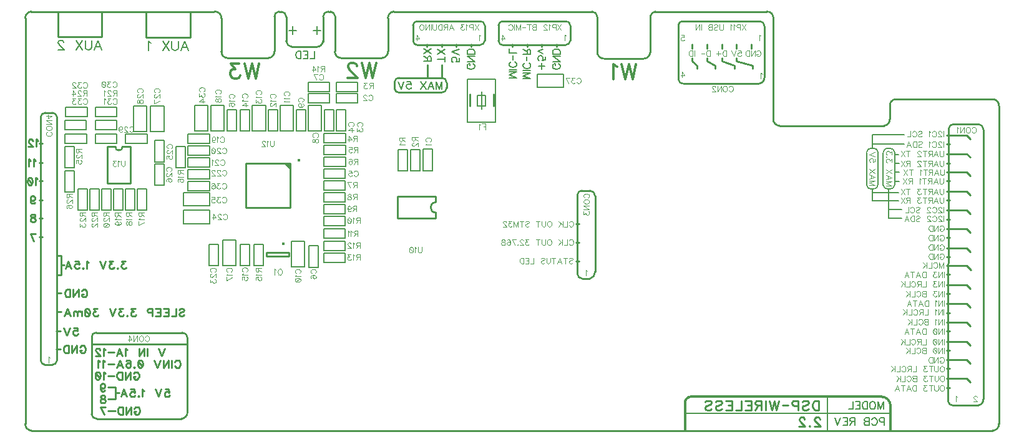
<source format=gbr>
G04 DipTrace 2.4.0.2*
%IN2_Layer_Bottom_Silk.gbr*%
%MOIN*%
%ADD10C,0.0098*%
%ADD15C,0.0089*%
%ADD16C,0.0079*%
%ADD21C,0.0118*%
%ADD24C,0.0157*%
%ADD27C,0.0059*%
%ADD39C,0.0154*%
%ADD84C,0.0046*%
%ADD85C,0.0108*%
%ADD86C,0.0124*%
%ADD87C,0.0062*%
%ADD89C,0.0077*%
%FSLAX44Y44*%
G04*
G70*
G90*
G75*
G01*
%LNBotSilk*%
%LPD*%
X25880Y19176D2*
D27*
X25380D1*
Y18035D1*
X25880D1*
Y19176D1*
X21893Y21640D2*
X20751D1*
Y22140D1*
X21893D1*
Y21640D1*
X20734Y20138D2*
X21234D1*
Y21280D1*
X20734D1*
Y20138D1*
X20104D2*
X20604D1*
Y21280D1*
X20104D1*
Y20138D1*
X21224Y17624D2*
X20082D1*
Y18124D1*
X21224D1*
Y17624D1*
X19278Y12871D2*
X19778D1*
Y14013D1*
X19278D1*
Y12871D1*
X20397Y21640D2*
X19255D1*
Y22140D1*
X20397D1*
Y21640D1*
X19252Y21535D2*
X19961D1*
Y20157D1*
X19252D1*
Y21535D1*
X18608Y20154D2*
X19108D1*
Y21296D1*
X18608D1*
Y20154D1*
X18346Y14252D2*
X19055D1*
Y12874D1*
X18346D1*
Y14252D1*
X17756Y21535D2*
X18465D1*
Y20157D1*
X17756D1*
Y21535D1*
X17112Y20154D2*
X17612D1*
Y21296D1*
X17112D1*
Y20154D1*
X16260Y21535D2*
X16969D1*
Y20157D1*
X16260D1*
Y21535D1*
X15616Y20154D2*
X16116D1*
Y21296D1*
X15616D1*
Y20154D1*
Y12950D2*
X16116D1*
Y14091D1*
X15616D1*
Y12950D1*
X14907Y20154D2*
X15408D1*
Y21296D1*
X14907D1*
Y20154D1*
X14685Y14331D2*
X15394D1*
Y12953D1*
X14685D1*
Y14331D1*
X14055Y21535D2*
X14764D1*
Y20157D1*
X14055D1*
Y21535D1*
X12831Y19974D2*
X13973D1*
Y19474D1*
X12831D1*
Y19974D1*
Y19345D2*
X13973D1*
Y18844D1*
X12831D1*
Y19345D1*
Y18715D2*
X13973D1*
Y18215D1*
X12831D1*
Y18715D1*
Y18085D2*
X13973D1*
Y17585D1*
X12831D1*
Y18085D1*
X13963Y12950D2*
X14463D1*
Y14091D1*
X13963D1*
Y12950D1*
X12598Y15197D2*
X13976D1*
Y15906D1*
X12598D1*
Y15197D1*
X11049Y18501D2*
X11549D1*
Y19643D1*
X11049D1*
Y18501D1*
Y17241D2*
X11549D1*
Y18383D1*
X11049D1*
Y17241D1*
X10827Y21496D2*
X11535D1*
Y20118D1*
X10827D1*
Y21496D1*
X9921D2*
X10630D1*
Y20118D1*
X9921D1*
Y21496D1*
X10633Y19474D2*
X9491D1*
Y19974D1*
X10633D1*
Y19474D1*
X9019Y20931D2*
X7877D1*
Y21431D1*
X9019D1*
Y20931D1*
Y19474D2*
X7877D1*
Y19974D1*
X9019D1*
Y19474D1*
X6296Y21431D2*
X7438D1*
Y20931D1*
X6296D1*
Y21431D1*
X7405Y19474D2*
X6263D1*
Y19974D1*
X7405D1*
Y19474D1*
X13189Y21535D2*
X13898D1*
Y20157D1*
X13189D1*
Y21535D1*
X12598Y16142D2*
X13976D1*
Y16850D1*
X12598D1*
Y16142D1*
X12831Y17455D2*
X13973D1*
Y16955D1*
X12831D1*
Y17455D1*
X31496Y22480D2*
X32874D1*
Y23189D1*
X31496D1*
Y22480D1*
X27874Y22106D2*
D10*
Y21476D1*
X29134Y22106D2*
Y21476D1*
X28287Y22067D2*
D16*
X28701D1*
Y21496D1*
X28287D1*
Y22067D1*
X28504Y22244D2*
Y21319D1*
X27756Y20630D2*
D27*
X29252D1*
Y22933D1*
X27756D1*
Y20630D1*
D39*
X17907Y14105D3*
X18209Y13465D2*
D10*
X17028D1*
Y13661D1*
X18209D1*
Y13465D1*
X24041Y18028D2*
D27*
X24541D1*
Y19170D1*
X24041D1*
Y18028D1*
X24711D2*
X25211D1*
Y19170D1*
X24711D1*
Y18028D1*
X21893Y22270D2*
X20751D1*
Y22770D1*
X21893D1*
Y22270D1*
X21240Y19514D2*
X20098D1*
Y20014D1*
X21240D1*
Y19514D1*
Y18884D2*
X20098D1*
Y19384D1*
X21240D1*
Y18884D1*
Y18254D2*
X20098D1*
Y18754D1*
X21240D1*
Y18254D1*
X21224Y16994D2*
X20082D1*
Y17494D1*
X21224D1*
Y16994D1*
Y16364D2*
X20082D1*
Y16864D1*
X21224D1*
Y16364D1*
Y15734D2*
X20082D1*
Y16234D1*
X21224D1*
Y15734D1*
Y15104D2*
X20082D1*
Y15604D1*
X21224D1*
Y15104D1*
Y14435D2*
X20082D1*
Y14935D1*
X21224D1*
Y14435D1*
Y13766D2*
X20082D1*
Y14266D1*
X21224D1*
Y13766D1*
Y13136D2*
X20082D1*
Y13636D1*
X21224D1*
Y13136D1*
X20397Y22270D2*
X19255D1*
Y22770D1*
X20397D1*
Y22270D1*
X16364Y12950D2*
X16864D1*
Y14091D1*
X16364D1*
Y12950D1*
X12691Y19334D2*
X12191D1*
Y18192D1*
X12691D1*
Y19334D1*
X10604Y17050D2*
X10104D1*
Y15909D1*
X10604D1*
Y17050D1*
X9974D2*
X9474D1*
Y15909D1*
X9974D1*
Y17050D1*
X9345D2*
X8844D1*
Y15909D1*
X9345D1*
Y17050D1*
X8715D2*
X8215D1*
Y15909D1*
X8715D1*
Y17050D1*
X9019Y20222D2*
X7877D1*
Y20722D1*
X9019D1*
Y20222D1*
X8085Y17050D2*
X7585D1*
Y15909D1*
X8085D1*
Y17050D1*
X7455D2*
X6955D1*
Y15909D1*
X7455D1*
Y17050D1*
X6257Y20722D2*
X7398D1*
Y20222D1*
X6257D1*
Y20722D1*
X6746Y19334D2*
X6246D1*
Y18192D1*
X6746D1*
Y19334D1*
Y18035D2*
X6246D1*
Y16893D1*
X6746D1*
Y18035D1*
X33622Y12529D2*
D10*
G03X33898Y12252I266J-11D01*
G01*
X33622Y16761D2*
Y12529D1*
X34291Y12252D2*
X33898D1*
X34291D2*
G03X34566Y12608I-70J339D01*
G01*
Y16682D2*
Y12608D1*
X33622Y16742D2*
G02X33858Y16959I235J-18D01*
G01*
X34291D2*
G02X34566Y16682I6J-270D01*
G01*
X34330Y16959D2*
X33858D1*
X33543Y13201D2*
X33701D1*
X33543Y14190D2*
X33701D1*
X33543Y15179D2*
X33701D1*
X26063Y16654D2*
X24016D1*
Y15472D2*
Y16654D1*
X26063Y15472D2*
Y15787D1*
Y16339D2*
Y16654D1*
X26061Y15787D2*
G02X26061Y16339I0J276D01*
G01*
X24016Y15472D2*
X26063D1*
X18268Y18406D2*
X15905D1*
Y16043D1*
X18268D1*
Y18406D1*
G36*
D2*
Y18091D1*
X17953Y18406D1*
X18268D1*
G37*
D24*
X18740Y18583D3*
X9764Y19311D2*
D10*
Y17343D1*
X8504Y19311D2*
Y17343D1*
X9764D2*
X8504D1*
X9764Y19311D2*
X9331D1*
X8937D2*
X8504D1*
X9331D2*
G02X8937Y19311I-197J0D01*
G01*
X54606Y9724D2*
X54409Y9921D1*
X53346D1*
X53504Y9449D2*
X53346D1*
X54606Y10709D2*
X54409Y10906D1*
X53346D1*
X53504Y10433D2*
X53346D1*
X54606Y11732D2*
X54409Y11929D1*
X53346D1*
X53504Y11457D2*
X53346D1*
X54646Y12717D2*
X54409Y12953D1*
X53346D1*
X53504Y12480D2*
X53346D1*
X54606Y13701D2*
X54409Y13898D1*
X53346D1*
X53504Y13425D2*
X53346D1*
X54606Y14724D2*
X54409Y14921D1*
X53346D1*
X53504Y14449D2*
X53346D1*
X54606Y15709D2*
X54409Y15906D1*
X53346D1*
X53504Y15433D2*
X53346D1*
X54606Y16732D2*
X54409Y16929D1*
X53346D1*
X53504Y16457D2*
X53346D1*
X54606Y17756D2*
X54409Y17953D1*
X53346D1*
X53504Y17480D2*
X53346D1*
X54606Y18740D2*
X54409Y18937D1*
X53346D1*
X53504Y18425D2*
X53346D1*
X54606Y19724D2*
X54409Y19921D1*
X53346D1*
X53504Y19449D2*
X53346D1*
X54606Y8701D2*
X54409Y8898D1*
X53346D1*
X53504Y8425D2*
X53346D1*
X54606Y7717D2*
X54409Y7913D1*
X53346D1*
X53504Y7441D2*
X53346D1*
X54606Y6732D2*
X54409Y6929D1*
X53346D1*
X53504Y6417D2*
X53346D1*
X4409Y26535D2*
X14213D1*
X4134Y26181D2*
Y4488D1*
Y26181D2*
G02X4449Y26535I335J20D01*
G01*
Y4134D2*
X55827D1*
X4134Y4488D2*
G03X4449Y4134I335J-20D01*
G01*
X56142Y21496D2*
Y4488D1*
X55827Y4134D2*
G03X56142Y4488I-20J335D01*
G01*
X55787Y21850D2*
X50630D1*
X56142Y21496D2*
G03X55787Y21850I-335J20D01*
G01*
X50315Y21496D2*
G02X50630Y21850I335J20D01*
G01*
X50315Y21496D2*
Y20787D1*
X50000Y20433D2*
G03X50315Y20787I-20J335D01*
G01*
X44094D2*
G03X44409Y20433I335J-20D01*
G01*
X50000D2*
X44409D1*
X44094Y20787D2*
Y26181D1*
G03X43740Y26535I-335J20D01*
G01*
X37795D2*
X43740D1*
X37165Y24016D2*
G03X37520Y24390I-10J364D01*
G01*
X37165Y24016D2*
X35039D1*
X34685Y24390D2*
G03X35039Y24016I370J-5D01*
G01*
X39252Y26024D2*
X43346D1*
X39016Y25807D2*
G02X39252Y26024I235J-19D01*
G01*
X23819Y26535D2*
X34409D1*
X43622Y23031D2*
Y25748D1*
X23504Y26181D2*
G02X23819Y26535I335J20D01*
G01*
X43307Y22677D2*
X39291D1*
X23189Y24055D2*
G03X23504Y24409I-20J335D01*
G01*
X20669D2*
G03X20984Y24055I335J-20D01*
G01*
X20669Y26299D2*
G03X20433Y26535I-256J-20D01*
G01*
X17441Y26260D2*
G02X17677Y26535I256J20D01*
G01*
X17126Y24055D2*
G03X17441Y24409I-20J335D01*
G01*
X14606D2*
G03X14921Y24055I335J-20D01*
G01*
X14606Y26181D2*
G03X14252Y26535I-335J20D01*
G01*
X23504Y26181D2*
Y24409D1*
X20984Y24055D2*
X23189D1*
X20669Y26299D2*
Y24409D1*
X19724Y24646D2*
X18425D1*
X17441Y26299D2*
Y24409D1*
X17126Y24055D2*
X14921D1*
X14606Y26181D2*
Y24370D1*
X18386Y24646D2*
G02X18071Y24961I20J335D01*
G01*
X19685Y24646D2*
G03X20039Y24961I20J335D01*
G01*
X17795Y26535D2*
G02X18071Y26260I7J-269D01*
G01*
X20315Y26535D2*
G03X20039Y26260I-7J-269D01*
G01*
X18071Y24961D2*
Y26260D1*
X20039Y24921D2*
Y26260D1*
X25079Y26024D2*
X28425D1*
X24843Y25807D2*
G02X25079Y26024I235J-19D01*
G01*
X28681Y24980D2*
Y25787D1*
X28425Y24744D2*
X25079D1*
X24843Y24961D2*
G03X25079Y24744I235J19D01*
G01*
X28425D2*
G03X28681Y24980I-15J273D01*
G01*
X28425Y26024D2*
G02X28681Y25787I20J-235D01*
G01*
X24843Y24980D2*
Y25807D1*
X25591Y24803D2*
Y24646D1*
X26378Y24803D2*
Y24646D1*
X27165Y24803D2*
Y24646D1*
X27953Y24803D2*
Y24646D1*
X23858Y22776D2*
G02X24094Y22992I235J-19D01*
G01*
X23858Y22421D2*
G03X24094Y22205I235J19D01*
G01*
X23858Y22756D2*
Y22441D1*
X26378Y22992D2*
G02X26634Y22756I20J-235D01*
G01*
X24075Y22992D2*
X26378D1*
X24114Y22205D2*
X26378D1*
G03X26634Y22441I20J235D01*
G01*
Y22736D2*
Y22461D1*
X25630Y22992D2*
Y23701D1*
X29646Y26024D2*
X32992D1*
X29409Y25807D2*
G02X29646Y26024I235J-19D01*
G01*
X33248Y24980D2*
Y25787D1*
X32992Y24744D2*
X29646D1*
X29409Y24961D2*
G03X29646Y24744I235J19D01*
G01*
X32992D2*
G03X33248Y24980I-15J273D01*
G01*
X32992Y26024D2*
G02X33248Y25787I20J-235D01*
G01*
X29409Y24980D2*
Y25807D1*
X30157Y24803D2*
Y24646D1*
X30945Y24803D2*
Y24646D1*
X31732Y24803D2*
Y24646D1*
X32520Y24803D2*
Y24646D1*
X26378Y22992D2*
Y23701D1*
X5866Y26535D2*
X8228D1*
Y25197D1*
X5866D1*
Y26535D1*
X10591D2*
X12953D1*
Y25157D1*
X10591D1*
Y26535D1*
X39016Y22913D2*
G03X39291Y22677I267J33D01*
G01*
X43307D2*
G03X43622Y23031I-23J337D01*
G01*
X43346Y26024D2*
G02X43622Y25748I7J-269D01*
G01*
X39016Y22913D2*
Y25807D1*
X39764Y24803D2*
Y24567D1*
X40551Y24803D2*
Y24567D1*
X41339Y24803D2*
Y24567D1*
X42126Y24803D2*
Y24567D1*
X40000Y23661D2*
Y23504D1*
X39764Y24055D2*
Y23898D1*
X40000Y23661D1*
X40551Y24055D2*
Y23898D1*
X41339Y24055D2*
Y23898D1*
X42126Y24055D2*
Y23898D1*
X40551D2*
X40984Y23661D1*
X41339Y23898D2*
X42008Y23661D1*
X40984D2*
Y23504D1*
X42008Y23661D2*
Y23504D1*
X42992Y23661D2*
Y23504D1*
X42126Y23898D2*
X42992Y23661D1*
X17677Y26535D2*
X17795D1*
X20315D2*
X20433D1*
X53701Y20512D2*
X55079D1*
X53465Y20295D2*
G02X53701Y20512I235J-19D01*
G01*
X55039D2*
G02X55315Y20236I7J-269D01*
G01*
X53465Y20276D2*
X53425Y5709D1*
X55315Y20236D2*
Y5827D1*
X53665Y5472D2*
X55043D1*
X53425Y5709D2*
G03X53701Y5472I267J33D01*
G01*
X55001Y5471D2*
G03X55316Y5826I-23J337D01*
G01*
X50315Y19232D2*
D16*
G02X50571Y18996I20J-235D01*
G01*
X49961Y19016D2*
G02X50197Y19232I235J-19D01*
G01*
X49961Y17264D2*
G03X50197Y17047I235J19D01*
G01*
X50315D2*
G03X50571Y17283I20J235D01*
G01*
X49961Y17264D2*
Y18996D1*
X50571Y17283D2*
Y18976D1*
X50787Y16870D2*
X49390D1*
X51083Y19449D2*
X49390D1*
X50276Y15472D2*
X50945D1*
X49429Y19232D2*
G02X49685Y18996I20J-235D01*
G01*
X49075Y19016D2*
G02X49311Y19232I235J-19D01*
G01*
X49075Y17264D2*
G03X49311Y17047I235J19D01*
G01*
X49429D2*
G03X49685Y17283I20J235D01*
G01*
X49075Y17264D2*
Y18996D1*
X49685Y17283D2*
Y18976D1*
X49311Y19232D2*
X49409D1*
X50197D2*
X50295D1*
X50197Y17047D2*
X50315D1*
X49311D2*
X49409D1*
X50807Y17441D2*
X50571D1*
X50807Y17953D2*
X50591D1*
X50807Y18406D2*
X50591D1*
X50787Y18898D2*
X50571D1*
X51083Y19961D2*
X49390D1*
Y19232D2*
Y19961D1*
X49370Y17047D2*
Y16417D1*
X49390D2*
Y16437D1*
Y16417D2*
X50768D1*
X50276Y15945D2*
X50965D1*
X4882Y19488D2*
D10*
X5039D1*
X4882Y18465D2*
X5039D1*
X6024Y9469D2*
X5787D1*
X4882Y17480D2*
X5039D1*
X4882Y16457D2*
X5039D1*
X4882Y15472D2*
X5039D1*
X4882Y14488D2*
X5039D1*
X6043Y13484D2*
X5807D1*
X6043Y12461D2*
X5807D1*
X6043Y11476D2*
X5807D1*
X6043Y10472D2*
X5807D1*
X6043Y12461D2*
Y13484D1*
X6201Y12972D2*
X6043D1*
X4961Y20906D2*
G02X5197Y21122I235J-19D01*
G01*
X5571D2*
G02X5827Y20886I20J-235D01*
G01*
X4961Y7874D2*
G03X5197Y7638I271J34D01*
G01*
X5551D2*
G03X5827Y7874I5J273D01*
G01*
Y20866D1*
X4961Y7894D2*
Y20906D1*
X5197Y21122D2*
X5571D1*
X6024Y8484D2*
X5787D1*
X5551Y7638D2*
X5197D1*
X8898Y8307D2*
X8543D1*
X8898Y7677D2*
X8543D1*
X8898Y7047D2*
X8543D1*
X8937Y6457D2*
X8543D1*
X8937Y5827D2*
X8543D1*
X9134Y6142D2*
X8937D1*
Y5827D2*
Y6457D1*
Y5197D2*
X8543D1*
X7913Y9370D2*
X12520D1*
X7677Y9154D2*
G02X7913Y9370I235J-19D01*
G01*
X12795Y5079D2*
Y9094D1*
X12520Y9370D2*
G02X12795Y9094I7J-269D01*
G01*
X7677Y5000D2*
Y9154D1*
Y8740D2*
X12795D1*
X12480Y4764D2*
X7953D1*
X7677Y5000D2*
G03X7953Y4764I267J33D01*
G01*
X12480D2*
G03X12795Y5118I-23J337D01*
G01*
X42913Y24803D2*
Y24567D1*
X34409Y26535D2*
G02X34685Y26260I7J-269D01*
G01*
Y24370D2*
Y26260D1*
X37520Y26280D2*
G02X37795Y26535I300J-47D01*
G01*
X37520Y24370D2*
Y26299D1*
X50354Y5472D2*
D21*
Y4173D1*
Y5472D2*
G03X49866Y5945I-497J-25D01*
G01*
X46988D2*
D27*
Y4154D1*
X39370Y5591D2*
D21*
Y4173D1*
X39685Y5945D2*
X49866D1*
X50354Y5039D2*
D27*
X39409D1*
X39370Y5591D2*
D21*
G02X39685Y5945I335J20D01*
G01*
X50256Y17047D2*
D16*
Y15472D1*
X25585Y19574D2*
D84*
X25557Y19588D1*
X25528Y19617D1*
X25513Y19646D1*
Y19703D1*
X25528Y19732D1*
X25557Y19761D1*
X25585Y19775D1*
X25628Y19789D1*
X25700D1*
X25743Y19775D1*
X25772Y19761D1*
X25800Y19732D1*
X25815Y19703D1*
Y19646D1*
X25800Y19617D1*
X25772Y19588D1*
X25743Y19574D1*
X25571Y19482D2*
X25557Y19453D1*
X25514Y19410D1*
X25815D1*
X22473Y22013D2*
X22488Y22042D1*
X22516Y22071D1*
X22545Y22085D1*
X22602D1*
X22631Y22071D1*
X22660Y22042D1*
X22674Y22013D1*
X22689Y21970D1*
Y21898D1*
X22674Y21855D1*
X22660Y21827D1*
X22631Y21798D1*
X22602Y21784D1*
X22545D1*
X22516Y21798D1*
X22488Y21827D1*
X22473Y21855D1*
X22366Y22013D2*
Y22027D1*
X22352Y22056D1*
X22338Y22070D1*
X22309Y22085D1*
X22251D1*
X22223Y22070D1*
X22209Y22056D1*
X22194Y22027D1*
Y21999D1*
X22209Y21970D1*
X22237Y21927D1*
X22381Y21784D1*
X22180D1*
X21924Y20403D2*
X21895Y20417D1*
X21866Y20446D1*
X21852Y20475D1*
Y20532D1*
X21866Y20561D1*
X21895Y20590D1*
X21924Y20604D1*
X21967Y20618D1*
X22039D1*
X22082Y20604D1*
X22110Y20590D1*
X22139Y20561D1*
X22153Y20532D1*
Y20475D1*
X22139Y20446D1*
X22110Y20417D1*
X22082Y20403D1*
X21852Y20282D2*
Y20124D1*
X21967Y20210D1*
Y20167D1*
X21981Y20138D1*
X21996Y20124D1*
X22039Y20110D1*
X22067D1*
X22110Y20124D1*
X22139Y20153D1*
X22153Y20196D1*
Y20239D1*
X22139Y20282D1*
X22125Y20296D1*
X22096Y20311D1*
X21451Y20410D2*
X21423Y20425D1*
X21394Y20453D1*
X21380Y20482D1*
Y20539D1*
X21394Y20568D1*
X21423Y20597D1*
X21451Y20611D1*
X21494Y20626D1*
X21566D1*
X21609Y20611D1*
X21638Y20597D1*
X21666Y20568D1*
X21681Y20539D1*
Y20482D1*
X21666Y20453D1*
X21638Y20425D1*
X21609Y20410D1*
X21681Y20174D2*
X21380D1*
X21581Y20318D1*
Y20103D1*
X21686Y17958D2*
X21700Y17987D1*
X21729Y18016D1*
X21758Y18030D1*
X21815D1*
X21844Y18016D1*
X21872Y17987D1*
X21887Y17958D1*
X21901Y17915D1*
Y17843D1*
X21887Y17800D1*
X21872Y17772D1*
X21844Y17743D1*
X21815Y17728D1*
X21758D1*
X21729Y17743D1*
X21700Y17772D1*
X21686Y17800D1*
X21421Y18030D2*
X21564D1*
X21579Y17901D1*
X21564Y17915D1*
X21521Y17929D1*
X21479D1*
X21435Y17915D1*
X21407Y17886D1*
X21392Y17843D1*
Y17815D1*
X21407Y17772D1*
X21435Y17743D1*
X21479Y17728D1*
X21521D1*
X21564Y17743D1*
X21579Y17757D1*
X21593Y17786D1*
X19443Y12538D2*
X19415Y12553D1*
X19386Y12582D1*
X19372Y12610D1*
Y12667D1*
X19386Y12696D1*
X19415Y12725D1*
X19443Y12739D1*
X19486Y12754D1*
X19558D1*
X19601Y12739D1*
X19630Y12725D1*
X19659Y12696D1*
X19673Y12667D1*
Y12610D1*
X19659Y12582D1*
X19630Y12553D1*
X19601Y12538D1*
X19415Y12274D2*
X19386Y12288D1*
X19372Y12331D1*
Y12360D1*
X19386Y12403D1*
X19429Y12432D1*
X19501Y12446D1*
X19573D1*
X19630Y12432D1*
X19659Y12403D1*
X19673Y12360D1*
Y12345D1*
X19659Y12303D1*
X19630Y12274D1*
X19587Y12259D1*
X19573D1*
X19530Y12274D1*
X19501Y12303D1*
X19487Y12345D1*
Y12360D1*
X19501Y12403D1*
X19530Y12432D1*
X19573Y12446D1*
X19836Y23116D2*
X19850Y23144D1*
X19879Y23173D1*
X19907Y23187D1*
X19965D1*
X19993Y23173D1*
X20022Y23144D1*
X20036Y23116D1*
X20051Y23073D1*
Y23001D1*
X20036Y22958D1*
X20022Y22929D1*
X19993Y22900D1*
X19965Y22886D1*
X19907D1*
X19879Y22900D1*
X19850Y22929D1*
X19836Y22958D1*
X19686Y22886D2*
X19542Y23187D1*
X19743D1*
X19554Y19822D2*
X19525Y19837D1*
X19496Y19866D1*
X19482Y19894D1*
Y19951D1*
X19496Y19980D1*
X19525Y20009D1*
X19554Y20023D1*
X19597Y20038D1*
X19669D1*
X19711Y20023D1*
X19740Y20009D1*
X19769Y19980D1*
X19783Y19951D1*
Y19894D1*
X19769Y19866D1*
X19740Y19837D1*
X19711Y19822D1*
X19482Y19658D2*
X19497Y19701D1*
X19525Y19716D1*
X19554D1*
X19582Y19701D1*
X19597Y19672D1*
X19611Y19615D1*
X19626Y19572D1*
X19654Y19543D1*
X19683Y19529D1*
X19726D1*
X19755Y19543D1*
X19769Y19558D1*
X19783Y19601D1*
Y19658D1*
X19769Y19701D1*
X19755Y19716D1*
X19726Y19730D1*
X19683D1*
X19654Y19716D1*
X19626Y19687D1*
X19611Y19644D1*
X19597Y19587D1*
X19582Y19558D1*
X19554Y19543D1*
X19525D1*
X19497Y19558D1*
X19482Y19601D1*
Y19658D1*
X18774Y21712D2*
X18746Y21726D1*
X18717Y21755D1*
X18702Y21783D1*
Y21841D1*
X18717Y21870D1*
X18746Y21898D1*
X18774Y21913D1*
X18817Y21927D1*
X18889D1*
X18932Y21913D1*
X18961Y21898D1*
X18989Y21870D1*
X19004Y21841D1*
Y21783D1*
X18989Y21755D1*
X18961Y21726D1*
X18932Y21712D1*
X18803Y21433D2*
X18846Y21447D1*
X18875Y21476D1*
X18889Y21519D1*
Y21533D1*
X18875Y21576D1*
X18846Y21605D1*
X18803Y21619D1*
X18789D1*
X18746Y21605D1*
X18717Y21576D1*
X18703Y21533D1*
Y21519D1*
X18717Y21476D1*
X18746Y21447D1*
X18803Y21433D1*
X18875D1*
X18947Y21447D1*
X18990Y21476D1*
X19004Y21519D1*
Y21547D1*
X18990Y21590D1*
X18961Y21605D1*
X18609Y12543D2*
X18580Y12557D1*
X18551Y12586D1*
X18537Y12614D1*
Y12672D1*
X18551Y12701D1*
X18580Y12729D1*
X18609Y12744D1*
X18652Y12758D1*
X18724D1*
X18767Y12744D1*
X18795Y12729D1*
X18824Y12701D1*
X18838Y12672D1*
Y12614D1*
X18824Y12586D1*
X18795Y12557D1*
X18767Y12543D1*
X18595Y12450D2*
X18580Y12421D1*
X18537Y12378D1*
X18838D1*
X18537Y12199D2*
X18552Y12242D1*
X18595Y12271D1*
X18666Y12286D1*
X18709D1*
X18781Y12271D1*
X18824Y12242D1*
X18838Y12199D1*
Y12171D1*
X18824Y12128D1*
X18781Y12099D1*
X18709Y12085D1*
X18666D1*
X18595Y12099D1*
X18552Y12128D1*
X18537Y12171D1*
Y12199D1*
X18595Y12099D2*
X18781Y12271D1*
X18018Y22045D2*
X17990Y22059D1*
X17961Y22088D1*
X17946Y22117D1*
Y22174D1*
X17961Y22203D1*
X17990Y22232D1*
X18018Y22246D1*
X18061Y22260D1*
X18133D1*
X18176Y22246D1*
X18205Y22232D1*
X18233Y22203D1*
X18248Y22174D1*
Y22117D1*
X18233Y22088D1*
X18205Y22059D1*
X18176Y22045D1*
X18004Y21953D2*
X17990Y21924D1*
X17947Y21881D1*
X18248D1*
X18004Y21788D2*
X17990Y21759D1*
X17947Y21716D1*
X18248D1*
X17278Y21919D2*
X17249Y21934D1*
X17221Y21962D1*
X17206Y21991D1*
Y22048D1*
X17221Y22077D1*
X17249Y22106D1*
X17278Y22120D1*
X17321Y22135D1*
X17393D1*
X17436Y22120D1*
X17465Y22106D1*
X17493Y22077D1*
X17508Y22048D1*
Y21991D1*
X17493Y21962D1*
X17465Y21934D1*
X17436Y21919D1*
X17264Y21827D2*
X17249Y21798D1*
X17207Y21755D1*
X17508D1*
X17278Y21648D2*
X17264D1*
X17235Y21633D1*
X17221Y21619D1*
X17207Y21590D1*
Y21533D1*
X17221Y21504D1*
X17235Y21490D1*
X17264Y21475D1*
X17293D1*
X17321Y21490D1*
X17364Y21519D1*
X17508Y21662D1*
Y21461D1*
X16522Y22110D2*
X16494Y22124D1*
X16465Y22153D1*
X16450Y22181D1*
Y22239D1*
X16465Y22268D1*
X16494Y22296D1*
X16522Y22311D1*
X16565Y22325D1*
X16637D1*
X16680Y22311D1*
X16709Y22296D1*
X16737Y22268D1*
X16752Y22239D1*
Y22181D1*
X16737Y22153D1*
X16709Y22124D1*
X16680Y22110D1*
X16508Y22017D2*
X16494Y21988D1*
X16451Y21945D1*
X16752D1*
X16451Y21824D2*
Y21666D1*
X16565Y21752D1*
Y21709D1*
X16580Y21680D1*
X16594Y21666D1*
X16637Y21651D1*
X16666D1*
X16709Y21666D1*
X16738Y21695D1*
X16752Y21738D1*
Y21781D1*
X16738Y21824D1*
X16723Y21838D1*
X16694Y21852D1*
X15782Y21927D2*
X15753Y21941D1*
X15725Y21970D1*
X15710Y21998D1*
Y22056D1*
X15725Y22084D1*
X15753Y22113D1*
X15782Y22127D1*
X15825Y22142D1*
X15897D1*
X15940Y22127D1*
X15969Y22113D1*
X15997Y22084D1*
X16012Y22056D1*
Y21998D1*
X15997Y21970D1*
X15969Y21941D1*
X15940Y21927D1*
X15768Y21834D2*
X15753Y21805D1*
X15711Y21762D1*
X16012D1*
Y21526D2*
X15711D1*
X15911Y21669D1*
Y21454D1*
X15782Y12628D2*
X15753Y12642D1*
X15725Y12671D1*
X15710Y12700D1*
Y12757D1*
X15725Y12786D1*
X15753Y12814D1*
X15782Y12829D1*
X15825Y12843D1*
X15897D1*
X15940Y12829D1*
X15969Y12814D1*
X15997Y12786D1*
X16012Y12757D1*
Y12700D1*
X15997Y12671D1*
X15969Y12642D1*
X15940Y12628D1*
X15768Y12535D2*
X15753Y12507D1*
X15711Y12463D1*
X16012D1*
X15711Y12199D2*
Y12342D1*
X15840Y12356D1*
X15825Y12342D1*
X15811Y12299D1*
Y12256D1*
X15825Y12213D1*
X15854Y12184D1*
X15897Y12170D1*
X15926D1*
X15969Y12184D1*
X15998Y12213D1*
X16012Y12256D1*
Y12299D1*
X15998Y12342D1*
X15983Y12356D1*
X15954Y12371D1*
X15073Y21912D2*
X15045Y21926D1*
X15016Y21955D1*
X15002Y21984D1*
Y22041D1*
X15016Y22070D1*
X15045Y22098D1*
X15073Y22113D1*
X15116Y22127D1*
X15188D1*
X15231Y22113D1*
X15260Y22098D1*
X15289Y22070D1*
X15303Y22041D1*
Y21984D1*
X15289Y21955D1*
X15260Y21926D1*
X15231Y21912D1*
X15059Y21819D2*
X15045Y21791D1*
X15002Y21747D1*
X15303D1*
X15045Y21483D2*
X15016Y21497D1*
X15002Y21540D1*
Y21569D1*
X15016Y21612D1*
X15059Y21641D1*
X15131Y21655D1*
X15203D1*
X15260Y21641D1*
X15289Y21612D1*
X15303Y21569D1*
Y21554D1*
X15289Y21512D1*
X15260Y21483D1*
X15217Y21468D1*
X15203D1*
X15160Y21483D1*
X15131Y21512D1*
X15117Y21554D1*
Y21569D1*
X15131Y21612D1*
X15160Y21641D1*
X15203Y21655D1*
X14947Y12621D2*
X14919Y12636D1*
X14890Y12665D1*
X14876Y12693D1*
Y12750D1*
X14890Y12779D1*
X14919Y12808D1*
X14947Y12822D1*
X14990Y12837D1*
X15062D1*
X15105Y12822D1*
X15134Y12808D1*
X15162Y12779D1*
X15177Y12750D1*
Y12693D1*
X15162Y12665D1*
X15134Y12636D1*
X15105Y12621D1*
X14933Y12529D2*
X14919Y12500D1*
X14876Y12457D1*
X15177D1*
Y12307D2*
X14876Y12163D1*
Y12364D1*
X14357Y22149D2*
X14328Y22163D1*
X14299Y22192D1*
X14285Y22221D1*
Y22278D1*
X14299Y22307D1*
X14328Y22335D1*
X14357Y22350D1*
X14400Y22364D1*
X14472D1*
X14515Y22350D1*
X14543Y22335D1*
X14572Y22307D1*
X14587Y22278D1*
Y22221D1*
X14572Y22192D1*
X14543Y22163D1*
X14515Y22149D1*
X14343Y22056D2*
X14328Y22027D1*
X14285Y21984D1*
X14587D1*
X14285Y21820D2*
X14300Y21863D1*
X14328Y21877D1*
X14357D1*
X14386Y21863D1*
X14400Y21834D1*
X14414Y21777D1*
X14429Y21734D1*
X14458Y21705D1*
X14486Y21691D1*
X14529D1*
X14558Y21705D1*
X14572Y21720D1*
X14587Y21763D1*
Y21820D1*
X14572Y21863D1*
X14558Y21877D1*
X14529Y21892D1*
X14486D1*
X14458Y21877D1*
X14429Y21849D1*
X14414Y21806D1*
X14400Y21748D1*
X14386Y21720D1*
X14357Y21705D1*
X14328D1*
X14300Y21720D1*
X14285Y21763D1*
Y21820D1*
X14550Y19769D2*
X14564Y19798D1*
X14593Y19827D1*
X14622Y19841D1*
X14679D1*
X14708Y19827D1*
X14736Y19798D1*
X14751Y19769D1*
X14765Y19726D1*
Y19654D1*
X14751Y19611D1*
X14736Y19583D1*
X14708Y19554D1*
X14679Y19539D1*
X14622D1*
X14593Y19554D1*
X14564Y19583D1*
X14550Y19611D1*
X14457Y19783D2*
X14429Y19798D1*
X14385Y19841D1*
Y19539D1*
X14106Y19740D2*
X14121Y19697D1*
X14149Y19668D1*
X14192Y19654D1*
X14207D1*
X14250Y19668D1*
X14278Y19697D1*
X14293Y19740D1*
Y19755D1*
X14278Y19798D1*
X14250Y19826D1*
X14207Y19841D1*
X14192D1*
X14149Y19826D1*
X14121Y19798D1*
X14106Y19740D1*
Y19668D1*
X14121Y19597D1*
X14149Y19554D1*
X14192Y19539D1*
X14221D1*
X14264Y19554D1*
X14278Y19583D1*
X14661Y19179D2*
X14675Y19207D1*
X14704Y19236D1*
X14733Y19250D1*
X14790D1*
X14819Y19236D1*
X14847Y19207D1*
X14862Y19179D1*
X14876Y19136D1*
Y19064D1*
X14862Y19021D1*
X14847Y18992D1*
X14819Y18963D1*
X14790Y18949D1*
X14733D1*
X14704Y18963D1*
X14675Y18992D1*
X14661Y19021D1*
X14554Y19178D2*
Y19193D1*
X14540Y19221D1*
X14525Y19236D1*
X14496Y19250D1*
X14439D1*
X14411Y19236D1*
X14396Y19221D1*
X14382Y19193D1*
Y19164D1*
X14396Y19135D1*
X14425Y19092D1*
X14568Y18949D1*
X14367D1*
X14189Y19250D2*
X14232Y19236D1*
X14261Y19193D1*
X14275Y19121D1*
Y19078D1*
X14261Y19006D1*
X14232Y18963D1*
X14189Y18949D1*
X14160D1*
X14117Y18963D1*
X14088Y19006D1*
X14074Y19078D1*
Y19121D1*
X14088Y19193D1*
X14117Y19236D1*
X14160Y19250D1*
X14189D1*
X14088Y19193D2*
X14261Y19006D1*
X14557Y18549D2*
X14571Y18577D1*
X14600Y18606D1*
X14629Y18620D1*
X14686D1*
X14715Y18606D1*
X14744Y18577D1*
X14758Y18549D1*
X14772Y18506D1*
Y18434D1*
X14758Y18391D1*
X14744Y18362D1*
X14715Y18334D1*
X14686Y18319D1*
X14629D1*
X14600Y18334D1*
X14571Y18362D1*
X14557Y18391D1*
X14450Y18548D2*
Y18563D1*
X14436Y18592D1*
X14421Y18606D1*
X14393Y18620D1*
X14335D1*
X14307Y18606D1*
X14292Y18592D1*
X14278Y18563D1*
Y18534D1*
X14292Y18505D1*
X14321Y18463D1*
X14465Y18319D1*
X14264D1*
X14171Y18563D2*
X14142Y18577D1*
X14099Y18620D1*
Y18319D1*
X14661Y17998D2*
X14675Y18026D1*
X14704Y18055D1*
X14733Y18069D1*
X14790D1*
X14819Y18055D1*
X14847Y18026D1*
X14862Y17998D1*
X14876Y17954D1*
Y17883D1*
X14862Y17840D1*
X14847Y17811D1*
X14819Y17782D1*
X14790Y17768D1*
X14733D1*
X14704Y17782D1*
X14675Y17811D1*
X14661Y17840D1*
X14554Y17997D2*
Y18012D1*
X14540Y18040D1*
X14525Y18055D1*
X14496Y18069D1*
X14439D1*
X14411Y18055D1*
X14396Y18040D1*
X14382Y18012D1*
Y17983D1*
X14396Y17954D1*
X14425Y17911D1*
X14568Y17768D1*
X14367D1*
X14260Y17997D2*
Y18012D1*
X14246Y18040D1*
X14232Y18055D1*
X14203Y18069D1*
X14145D1*
X14117Y18055D1*
X14103Y18040D1*
X14088Y18012D1*
Y17983D1*
X14103Y17954D1*
X14131Y17911D1*
X14275Y17768D1*
X14074D1*
X14089Y12614D2*
X14061Y12628D1*
X14032Y12657D1*
X14017Y12685D1*
Y12743D1*
X14032Y12772D1*
X14061Y12800D1*
X14089Y12815D1*
X14132Y12829D1*
X14204D1*
X14247Y12815D1*
X14276Y12800D1*
X14304Y12772D1*
X14319Y12743D1*
Y12685D1*
X14304Y12657D1*
X14276Y12628D1*
X14247Y12614D1*
X14089Y12507D2*
X14075D1*
X14046Y12492D1*
X14032Y12478D1*
X14018Y12449D1*
Y12392D1*
X14032Y12363D1*
X14046Y12349D1*
X14075Y12334D1*
X14104D1*
X14132Y12349D1*
X14175Y12378D1*
X14319Y12521D1*
Y12320D1*
X14018Y12199D2*
Y12041D1*
X14132Y12127D1*
Y12084D1*
X14147Y12055D1*
X14161Y12041D1*
X14204Y12027D1*
X14233D1*
X14276Y12041D1*
X14305Y12070D1*
X14319Y12113D1*
Y12156D1*
X14305Y12199D1*
X14290Y12213D1*
X14261Y12228D1*
X14701Y15643D2*
X14715Y15672D1*
X14744Y15701D1*
X14773Y15715D1*
X14830D1*
X14859Y15701D1*
X14887Y15672D1*
X14902Y15643D1*
X14916Y15600D1*
Y15528D1*
X14902Y15485D1*
X14887Y15457D1*
X14859Y15428D1*
X14830Y15413D1*
X14773D1*
X14744Y15428D1*
X14715Y15457D1*
X14701Y15485D1*
X14594Y15643D2*
Y15657D1*
X14580Y15686D1*
X14565Y15700D1*
X14536Y15715D1*
X14479D1*
X14451Y15700D1*
X14436Y15686D1*
X14422Y15657D1*
Y15629D1*
X14436Y15600D1*
X14465Y15557D1*
X14608Y15413D1*
X14407D1*
X14171D2*
Y15715D1*
X14315Y15514D1*
X14100D1*
X11766Y19228D2*
X11738Y19242D1*
X11709Y19271D1*
X11695Y19300D1*
Y19357D1*
X11709Y19386D1*
X11738Y19414D1*
X11766Y19429D1*
X11809Y19443D1*
X11881D1*
X11924Y19429D1*
X11953Y19414D1*
X11981Y19386D1*
X11996Y19357D1*
Y19300D1*
X11981Y19271D1*
X11953Y19242D1*
X11924Y19228D1*
X11767Y19121D2*
X11752D1*
X11723Y19106D1*
X11709Y19092D1*
X11695Y19063D1*
Y19006D1*
X11709Y18977D1*
X11723Y18963D1*
X11752Y18949D1*
X11781D1*
X11810Y18963D1*
X11852Y18992D1*
X11996Y19135D1*
Y18934D1*
X11695Y18670D2*
Y18813D1*
X11824Y18827D1*
X11810Y18813D1*
X11795Y18770D1*
Y18727D1*
X11810Y18684D1*
X11838Y18655D1*
X11881Y18641D1*
X11910D1*
X11953Y18655D1*
X11982Y18684D1*
X11996Y18727D1*
Y18770D1*
X11982Y18813D1*
X11967Y18827D1*
X11939Y18842D1*
X11727Y18000D2*
X11698Y18014D1*
X11669Y18043D1*
X11655Y18072D1*
Y18129D1*
X11669Y18158D1*
X11698Y18187D1*
X11727Y18201D1*
X11770Y18215D1*
X11842D1*
X11885Y18201D1*
X11914Y18187D1*
X11942Y18158D1*
X11957Y18129D1*
Y18072D1*
X11942Y18043D1*
X11914Y18014D1*
X11885Y18000D1*
X11727Y17893D2*
X11713D1*
X11684Y17879D1*
X11670Y17864D1*
X11656Y17836D1*
Y17778D1*
X11670Y17750D1*
X11684Y17735D1*
X11713Y17721D1*
X11741D1*
X11770Y17735D1*
X11813Y17764D1*
X11957Y17908D1*
Y17707D1*
X11698Y17442D2*
X11670Y17456D1*
X11656Y17499D1*
Y17528D1*
X11670Y17571D1*
X11713Y17600D1*
X11785Y17614D1*
X11856D1*
X11914Y17600D1*
X11942Y17571D1*
X11957Y17528D1*
Y17514D1*
X11942Y17471D1*
X11914Y17442D1*
X11870Y17428D1*
X11856D1*
X11813Y17442D1*
X11785Y17471D1*
X11770Y17514D1*
Y17528D1*
X11785Y17571D1*
X11813Y17600D1*
X11856Y17614D1*
X11089Y22214D2*
X11060Y22228D1*
X11032Y22257D1*
X11017Y22285D1*
Y22343D1*
X11032Y22371D1*
X11060Y22400D1*
X11089Y22415D1*
X11132Y22429D1*
X11204D1*
X11247Y22415D1*
X11276Y22400D1*
X11304Y22371D1*
X11319Y22343D1*
Y22285D1*
X11304Y22257D1*
X11276Y22228D1*
X11247Y22214D1*
X11089Y22106D2*
X11075D1*
X11046Y22092D1*
X11032Y22078D1*
X11018Y22049D1*
Y21992D1*
X11032Y21963D1*
X11046Y21949D1*
X11075Y21934D1*
X11104D1*
X11132Y21949D1*
X11175Y21977D1*
X11319Y22121D1*
Y21920D1*
Y21770D2*
X11018Y21626D1*
Y21827D1*
X10183Y22213D2*
X10155Y22228D1*
X10126Y22256D1*
X10112Y22285D1*
Y22342D1*
X10126Y22371D1*
X10155Y22400D1*
X10183Y22414D1*
X10227Y22429D1*
X10299D1*
X10341Y22414D1*
X10370Y22400D1*
X10399Y22371D1*
X10413Y22342D1*
Y22285D1*
X10399Y22256D1*
X10370Y22228D1*
X10341Y22213D1*
X10184Y22106D2*
X10170D1*
X10141Y22092D1*
X10126Y22078D1*
X10112Y22049D1*
Y21991D1*
X10126Y21963D1*
X10141Y21949D1*
X10170Y21934D1*
X10198D1*
X10227Y21949D1*
X10270Y21977D1*
X10413Y22121D1*
Y21920D1*
X10112Y21756D2*
X10126Y21798D1*
X10155Y21813D1*
X10184D1*
X10212Y21798D1*
X10227Y21770D1*
X10241Y21712D1*
X10255Y21669D1*
X10284Y21641D1*
X10313Y21627D1*
X10356D1*
X10384Y21641D1*
X10399Y21655D1*
X10413Y21698D1*
Y21756D1*
X10399Y21798D1*
X10384Y21813D1*
X10356Y21827D1*
X10313D1*
X10284Y21813D1*
X10255Y21784D1*
X10241Y21741D1*
X10227Y21684D1*
X10212Y21655D1*
X10184Y21641D1*
X10155D1*
X10126Y21655D1*
X10112Y21698D1*
Y21756D1*
X9700Y20320D2*
X9714Y20349D1*
X9743Y20378D1*
X9771Y20392D1*
X9829D1*
X9857Y20378D1*
X9886Y20349D1*
X9901Y20320D1*
X9915Y20277D1*
Y20205D1*
X9901Y20163D1*
X9886Y20134D1*
X9857Y20105D1*
X9829Y20091D1*
X9771D1*
X9743Y20105D1*
X9714Y20134D1*
X9700Y20163D1*
X9592Y20320D2*
Y20334D1*
X9578Y20363D1*
X9564Y20377D1*
X9535Y20392D1*
X9478D1*
X9449Y20377D1*
X9435Y20363D1*
X9420Y20334D1*
Y20306D1*
X9435Y20277D1*
X9463Y20234D1*
X9607Y20091D1*
X9406D1*
X9127Y20292D2*
X9141Y20248D1*
X9170Y20220D1*
X9213Y20205D1*
X9227D1*
X9270Y20220D1*
X9299Y20248D1*
X9313Y20292D1*
Y20306D1*
X9299Y20349D1*
X9270Y20377D1*
X9227Y20392D1*
X9213D1*
X9170Y20377D1*
X9141Y20349D1*
X9127Y20292D1*
Y20220D1*
X9141Y20148D1*
X9170Y20105D1*
X9213Y20091D1*
X9241D1*
X9285Y20105D1*
X9299Y20134D1*
X8801Y22722D2*
X8815Y22751D1*
X8844Y22779D1*
X8873Y22794D1*
X8930D1*
X8959Y22779D1*
X8988Y22751D1*
X9002Y22722D1*
X9016Y22679D1*
Y22607D1*
X9002Y22564D1*
X8988Y22535D1*
X8959Y22507D1*
X8930Y22492D1*
X8873D1*
X8844Y22507D1*
X8815Y22535D1*
X8801Y22564D1*
X8680Y22793D2*
X8522D1*
X8608Y22679D1*
X8565D1*
X8536Y22664D1*
X8522Y22650D1*
X8508Y22607D1*
Y22578D1*
X8522Y22535D1*
X8551Y22506D1*
X8594Y22492D1*
X8637D1*
X8680Y22506D1*
X8694Y22521D1*
X8709Y22550D1*
X8329Y22793D2*
X8372Y22779D1*
X8401Y22736D1*
X8415Y22664D1*
Y22621D1*
X8401Y22550D1*
X8372Y22506D1*
X8329Y22492D1*
X8300D1*
X8257Y22506D1*
X8229Y22550D1*
X8214Y22621D1*
Y22664D1*
X8229Y22736D1*
X8257Y22779D1*
X8300Y22793D1*
X8329D1*
X8229Y22736D2*
X8401Y22550D1*
X8815Y21816D2*
X8830Y21845D1*
X8859Y21874D1*
X8887Y21888D1*
X8944D1*
X8973Y21874D1*
X9002Y21845D1*
X9016Y21816D1*
X9031Y21773D1*
Y21701D1*
X9016Y21659D1*
X9002Y21630D1*
X8973Y21601D1*
X8944Y21587D1*
X8887D1*
X8859Y21601D1*
X8830Y21630D1*
X8815Y21659D1*
X8694Y21888D2*
X8536D1*
X8622Y21773D1*
X8579D1*
X8551Y21759D1*
X8536Y21745D1*
X8522Y21701D1*
Y21673D1*
X8536Y21630D1*
X8565Y21601D1*
X8608Y21587D1*
X8651D1*
X8694Y21601D1*
X8708Y21616D1*
X8723Y21644D1*
X8429Y21830D2*
X8400Y21845D1*
X8357Y21888D1*
Y21587D1*
X7220Y22683D2*
X7234Y22711D1*
X7263Y22740D1*
X7292Y22754D1*
X7349D1*
X7378Y22740D1*
X7406Y22711D1*
X7421Y22683D1*
X7435Y22640D1*
Y22568D1*
X7421Y22525D1*
X7406Y22496D1*
X7378Y22467D1*
X7349Y22453D1*
X7292D1*
X7263Y22467D1*
X7234Y22496D1*
X7220Y22525D1*
X7099Y22754D2*
X6941D1*
X7027Y22639D1*
X6984D1*
X6955Y22625D1*
X6941Y22611D1*
X6927Y22568D1*
Y22539D1*
X6941Y22496D1*
X6970Y22467D1*
X7013Y22453D1*
X7056D1*
X7099Y22467D1*
X7113Y22482D1*
X7127Y22510D1*
X6819Y22682D2*
Y22697D1*
X6805Y22725D1*
X6791Y22740D1*
X6762Y22754D1*
X6705D1*
X6676Y22740D1*
X6662Y22725D1*
X6647Y22697D1*
Y22668D1*
X6662Y22639D1*
X6690Y22596D1*
X6834Y22453D1*
X6633D1*
X7226Y21816D2*
X7241Y21845D1*
X7270Y21874D1*
X7298Y21888D1*
X7355D1*
X7384Y21874D1*
X7413Y21845D1*
X7427Y21816D1*
X7442Y21773D1*
Y21701D1*
X7427Y21659D1*
X7413Y21630D1*
X7384Y21601D1*
X7355Y21587D1*
X7298D1*
X7270Y21601D1*
X7241Y21630D1*
X7226Y21659D1*
X7105Y21888D2*
X6947D1*
X7033Y21773D1*
X6990D1*
X6962Y21759D1*
X6947Y21745D1*
X6933Y21701D1*
Y21673D1*
X6947Y21630D1*
X6976Y21601D1*
X7019Y21587D1*
X7062D1*
X7105Y21601D1*
X7119Y21616D1*
X7134Y21644D1*
X6811Y21888D2*
X6654D1*
X6740Y21773D1*
X6697D1*
X6668Y21759D1*
X6654Y21745D1*
X6639Y21701D1*
Y21673D1*
X6654Y21630D1*
X6682Y21601D1*
X6725Y21587D1*
X6769D1*
X6811Y21601D1*
X6826Y21616D1*
X6840Y21644D1*
X13491Y22260D2*
X13462Y22274D1*
X13433Y22303D1*
X13419Y22332D1*
Y22389D1*
X13433Y22418D1*
X13462Y22446D1*
X13491Y22461D1*
X13534Y22475D1*
X13606D1*
X13648Y22461D1*
X13677Y22446D1*
X13706Y22418D1*
X13720Y22389D1*
Y22332D1*
X13706Y22303D1*
X13677Y22274D1*
X13648Y22260D1*
X13419Y22139D2*
Y21981D1*
X13534Y22067D1*
Y22024D1*
X13548Y21995D1*
X13563Y21981D1*
X13606Y21966D1*
X13634D1*
X13677Y21981D1*
X13706Y22010D1*
X13720Y22053D1*
Y22096D1*
X13706Y22139D1*
X13692Y22153D1*
X13663Y22167D1*
X13720Y21730D2*
X13419D1*
X13620Y21874D1*
Y21659D1*
X14654Y16549D2*
X14669Y16577D1*
X14698Y16606D1*
X14726Y16620D1*
X14783D1*
X14812Y16606D1*
X14841Y16577D1*
X14855Y16549D1*
X14870Y16506D1*
Y16434D1*
X14855Y16391D1*
X14841Y16362D1*
X14812Y16334D1*
X14783Y16319D1*
X14726D1*
X14698Y16334D1*
X14669Y16362D1*
X14654Y16391D1*
X14533Y16620D2*
X14375D1*
X14461Y16505D1*
X14418D1*
X14390Y16491D1*
X14375Y16477D1*
X14361Y16434D1*
Y16405D1*
X14375Y16362D1*
X14404Y16333D1*
X14447Y16319D1*
X14490D1*
X14533Y16333D1*
X14547Y16348D1*
X14562Y16376D1*
X14096Y16620D2*
X14239D1*
X14254Y16491D1*
X14239Y16505D1*
X14196Y16520D1*
X14154D1*
X14110Y16505D1*
X14082Y16477D1*
X14067Y16434D1*
Y16405D1*
X14082Y16362D1*
X14110Y16333D1*
X14154Y16319D1*
X14196D1*
X14239Y16333D1*
X14254Y16348D1*
X14268Y16376D1*
X14654Y17289D2*
X14668Y17317D1*
X14697Y17346D1*
X14725Y17361D1*
X14783D1*
X14812Y17346D1*
X14840Y17317D1*
X14855Y17289D1*
X14869Y17246D1*
Y17174D1*
X14855Y17131D1*
X14840Y17102D1*
X14812Y17074D1*
X14783Y17059D1*
X14725D1*
X14697Y17074D1*
X14668Y17102D1*
X14654Y17131D1*
X14532Y17360D2*
X14375D1*
X14461Y17245D1*
X14418D1*
X14389Y17231D1*
X14375Y17217D1*
X14360Y17174D1*
Y17145D1*
X14375Y17102D1*
X14403Y17073D1*
X14446Y17059D1*
X14489D1*
X14532Y17073D1*
X14547Y17088D1*
X14561Y17116D1*
X14095Y17317D2*
X14110Y17346D1*
X14153Y17360D1*
X14181D1*
X14224Y17346D1*
X14253Y17303D1*
X14268Y17231D1*
Y17160D1*
X14253Y17102D1*
X14224Y17073D1*
X14181Y17059D1*
X14167D1*
X14124Y17073D1*
X14095Y17102D1*
X14081Y17145D1*
Y17160D1*
X14095Y17203D1*
X14124Y17231D1*
X14167Y17245D1*
X14181D1*
X14224Y17231D1*
X14253Y17203D1*
X14268Y17160D1*
X33591Y22927D2*
X33606Y22955D1*
X33635Y22984D1*
X33663Y22998D1*
X33720D1*
X33749Y22984D1*
X33778Y22955D1*
X33792Y22927D1*
X33807Y22884D1*
Y22812D1*
X33792Y22769D1*
X33778Y22740D1*
X33749Y22712D1*
X33720Y22697D1*
X33663D1*
X33635Y22712D1*
X33606Y22740D1*
X33591Y22769D1*
X33470Y22998D2*
X33312D1*
X33398Y22883D1*
X33355D1*
X33327Y22869D1*
X33312Y22855D1*
X33298Y22812D1*
Y22783D1*
X33312Y22740D1*
X33341Y22711D1*
X33384Y22697D1*
X33427D1*
X33470Y22711D1*
X33484Y22726D1*
X33499Y22754D1*
X33148Y22697D2*
X33004Y22998D1*
X33205D1*
X28532Y20538D2*
X28719D1*
Y20236D1*
Y20394D2*
X28604D1*
X28440Y20480D2*
X28411Y20495D1*
X28368Y20537D1*
Y20236D1*
X17768Y12772D2*
X17797Y12758D1*
X17826Y12729D1*
X17840Y12700D1*
X17855Y12657D1*
Y12586D1*
X17840Y12543D1*
X17826Y12514D1*
X17797Y12485D1*
X17768Y12471D1*
X17711D1*
X17682Y12485D1*
X17654Y12514D1*
X17639Y12543D1*
X17625Y12586D1*
Y12657D1*
X17639Y12700D1*
X17654Y12729D1*
X17682Y12758D1*
X17711Y12772D1*
X17768D1*
X17725Y12528D2*
X17639Y12442D1*
X17532Y12714D2*
X17503Y12729D1*
X17460Y12772D1*
Y12471D1*
X24272Y19799D2*
Y19670D1*
X24258Y19627D1*
X24243Y19613D1*
X24215Y19598D1*
X24186D1*
X24157Y19613D1*
X24143Y19627D1*
X24129Y19670D1*
Y19799D1*
X24430D1*
X24272Y19699D2*
X24430Y19598D1*
X24186Y19506D2*
X24172Y19477D1*
X24129Y19434D1*
X24430D1*
X24941Y19824D2*
Y19695D1*
X24927Y19652D1*
X24913Y19638D1*
X24884Y19624D1*
X24855D1*
X24827Y19638D1*
X24812Y19652D1*
X24798Y19695D1*
Y19824D1*
X25099D1*
X24941Y19724D2*
X25099Y19624D1*
X24870Y19516D2*
X24856D1*
X24827Y19502D1*
X24812Y19488D1*
X24798Y19459D1*
Y19402D1*
X24812Y19373D1*
X24827Y19359D1*
X24856Y19344D1*
X24884D1*
X24913Y19359D1*
X24956Y19387D1*
X25099Y19531D1*
Y19330D1*
X22705Y22578D2*
X22576D1*
X22533Y22593D1*
X22518Y22607D1*
X22504Y22636D1*
Y22664D1*
X22518Y22693D1*
X22533Y22708D1*
X22576Y22722D1*
X22705D1*
Y22420D1*
X22604Y22578D2*
X22504Y22420D1*
X22382Y22721D2*
X22225D1*
X22311Y22607D1*
X22268D1*
X22239Y22592D1*
X22225Y22578D1*
X22210Y22535D1*
Y22507D1*
X22225Y22463D1*
X22253Y22435D1*
X22296Y22420D1*
X22340D1*
X22382Y22435D1*
X22397Y22449D1*
X22411Y22478D1*
X21862Y19744D2*
X21733D1*
X21690Y19758D1*
X21676Y19772D1*
X21661Y19801D1*
Y19830D1*
X21676Y19858D1*
X21690Y19873D1*
X21733Y19887D1*
X21862D1*
Y19586D1*
X21762Y19744D2*
X21661Y19586D1*
X21425D2*
Y19887D1*
X21569Y19686D1*
X21354D1*
X21895Y19153D2*
X21766D1*
X21722Y19168D1*
X21708Y19182D1*
X21694Y19210D1*
Y19239D1*
X21708Y19268D1*
X21722Y19282D1*
X21766Y19297D1*
X21895D1*
Y18995D1*
X21794Y19153D2*
X21694Y18995D1*
X21429Y19296D2*
X21572D1*
X21586Y19167D1*
X21572Y19182D1*
X21529Y19196D1*
X21486D1*
X21443Y19182D1*
X21414Y19153D1*
X21400Y19110D1*
Y19081D1*
X21414Y19038D1*
X21443Y19009D1*
X21486Y18995D1*
X21529D1*
X21572Y19009D1*
X21586Y19024D1*
X21601Y19053D1*
X21887Y18523D2*
X21758D1*
X21715Y18538D1*
X21701Y18552D1*
X21686Y18580D1*
Y18609D1*
X21701Y18638D1*
X21715Y18652D1*
X21758Y18667D1*
X21887D1*
Y18365D1*
X21787Y18523D2*
X21686Y18365D1*
X21422Y18624D2*
X21436Y18652D1*
X21479Y18666D1*
X21507D1*
X21551Y18652D1*
X21579Y18609D1*
X21594Y18537D1*
Y18466D1*
X21579Y18408D1*
X21551Y18379D1*
X21507Y18365D1*
X21493D1*
X21450Y18379D1*
X21422Y18408D1*
X21407Y18451D1*
Y18466D1*
X21422Y18509D1*
X21450Y18537D1*
X21493Y18552D1*
X21507D1*
X21551Y18537D1*
X21579Y18509D1*
X21594Y18466D1*
X21839Y17263D2*
X21710D1*
X21667Y17278D1*
X21652Y17292D1*
X21638Y17321D1*
Y17349D1*
X21652Y17378D1*
X21667Y17393D1*
X21710Y17407D1*
X21839D1*
Y17105D1*
X21738Y17263D2*
X21638Y17105D1*
X21488D2*
X21344Y17406D1*
X21545D1*
X21838Y16633D2*
X21709D1*
X21666Y16648D1*
X21652Y16662D1*
X21638Y16691D1*
Y16720D1*
X21652Y16748D1*
X21666Y16763D1*
X21709Y16777D1*
X21838D1*
Y16475D1*
X21738Y16633D2*
X21638Y16475D1*
X21473Y16777D2*
X21516Y16762D1*
X21531Y16734D1*
Y16705D1*
X21516Y16676D1*
X21488Y16662D1*
X21430Y16648D1*
X21387Y16633D1*
X21359Y16604D1*
X21344Y16576D1*
Y16533D1*
X21359Y16504D1*
X21373Y16490D1*
X21416Y16475D1*
X21473D1*
X21516Y16490D1*
X21531Y16504D1*
X21545Y16533D1*
Y16576D1*
X21531Y16604D1*
X21502Y16633D1*
X21459Y16648D1*
X21402Y16662D1*
X21373Y16676D1*
X21359Y16705D1*
Y16734D1*
X21373Y16762D1*
X21416Y16777D1*
X21473D1*
X21832Y16003D2*
X21703D1*
X21659Y16018D1*
X21645Y16032D1*
X21631Y16061D1*
Y16090D1*
X21645Y16118D1*
X21659Y16133D1*
X21703Y16147D1*
X21832D1*
Y15846D1*
X21731Y16003D2*
X21631Y15846D1*
X21351Y16046D2*
X21366Y16003D1*
X21394Y15975D1*
X21437Y15960D1*
X21452D1*
X21495Y15975D1*
X21523Y16003D1*
X21538Y16046D1*
Y16061D1*
X21523Y16104D1*
X21495Y16132D1*
X21452Y16147D1*
X21437D1*
X21394Y16132D1*
X21366Y16104D1*
X21351Y16046D1*
Y15975D1*
X21366Y15903D1*
X21394Y15860D1*
X21437Y15846D1*
X21466D1*
X21509Y15860D1*
X21523Y15889D1*
X22000Y15373D2*
X21871D1*
X21828Y15388D1*
X21813Y15402D1*
X21799Y15431D1*
Y15460D1*
X21813Y15488D1*
X21828Y15503D1*
X21871Y15517D1*
X22000D1*
Y15216D1*
X21899Y15373D2*
X21799Y15216D1*
X21706Y15459D2*
X21677Y15474D1*
X21634Y15517D1*
Y15216D1*
X21455Y15517D2*
X21498Y15502D1*
X21527Y15459D1*
X21542Y15388D1*
Y15345D1*
X21527Y15273D1*
X21498Y15230D1*
X21455Y15216D1*
X21427D1*
X21384Y15230D1*
X21355Y15273D1*
X21341Y15345D1*
Y15388D1*
X21355Y15459D1*
X21384Y15502D1*
X21427Y15517D1*
X21455D1*
X21355Y15459D2*
X21527Y15273D1*
X21896Y14665D2*
X21767D1*
X21724Y14679D1*
X21709Y14694D1*
X21695Y14722D1*
Y14751D1*
X21709Y14780D1*
X21724Y14794D1*
X21767Y14808D1*
X21896D1*
Y14507D1*
X21795Y14665D2*
X21695Y14507D1*
X21602Y14751D2*
X21573Y14765D1*
X21530Y14808D1*
Y14507D1*
X21438Y14751D2*
X21409Y14765D1*
X21366Y14808D1*
Y14507D1*
X22000Y14035D2*
X21871D1*
X21828Y14049D1*
X21813Y14064D1*
X21799Y14092D1*
Y14121D1*
X21813Y14150D1*
X21828Y14164D1*
X21871Y14178D1*
X22000D1*
Y13877D1*
X21899Y14035D2*
X21799Y13877D1*
X21706Y14121D2*
X21677Y14135D1*
X21634Y14178D1*
Y13877D1*
X21527Y14107D2*
Y14121D1*
X21513Y14150D1*
X21498Y14164D1*
X21470Y14178D1*
X21412D1*
X21384Y14164D1*
X21369Y14150D1*
X21355Y14121D1*
Y14092D1*
X21369Y14063D1*
X21398Y14021D1*
X21542Y13877D1*
X21341D1*
X22000Y13405D2*
X21871D1*
X21828Y13420D1*
X21813Y13434D1*
X21799Y13462D1*
Y13491D1*
X21813Y13520D1*
X21828Y13534D1*
X21871Y13549D1*
X22000D1*
Y13247D1*
X21899Y13405D2*
X21799Y13247D1*
X21706Y13491D2*
X21677Y13505D1*
X21634Y13548D1*
Y13247D1*
X21513Y13548D2*
X21355D1*
X21441Y13433D1*
X21398D1*
X21369Y13419D1*
X21355Y13405D1*
X21341Y13362D1*
Y13333D1*
X21355Y13290D1*
X21384Y13261D1*
X21427Y13247D1*
X21470D1*
X21513Y13261D1*
X21527Y13276D1*
X21542Y13304D1*
X20117Y23484D2*
X19988D1*
X19945Y23498D1*
X19930Y23513D1*
X19916Y23541D1*
Y23570D1*
X19930Y23598D1*
X19945Y23613D1*
X19988Y23627D1*
X20117D1*
Y23326D1*
X20017Y23484D2*
X19916Y23326D1*
X19823Y23570D2*
X19795Y23584D1*
X19752Y23627D1*
Y23326D1*
X19515D2*
Y23627D1*
X19659Y23426D1*
X19444D1*
X16595Y12820D2*
Y12691D1*
X16580Y12648D1*
X16566Y12633D1*
X16538Y12619D1*
X16509D1*
X16480Y12633D1*
X16466Y12648D1*
X16451Y12691D1*
Y12820D1*
X16753D1*
X16595Y12720D2*
X16753Y12619D1*
X16509Y12527D2*
X16495Y12498D1*
X16452Y12455D1*
X16753D1*
X16452Y12190D2*
Y12333D1*
X16581Y12347D1*
X16567Y12333D1*
X16552Y12290D1*
Y12247D1*
X16567Y12204D1*
X16595Y12175D1*
X16638Y12161D1*
X16667D1*
X16710Y12175D1*
X16739Y12204D1*
X16753Y12247D1*
Y12290D1*
X16739Y12333D1*
X16724Y12347D1*
X16696Y12362D1*
X12422Y18055D2*
Y17926D1*
X12407Y17883D1*
X12393Y17869D1*
X12364Y17854D1*
X12336D1*
X12307Y17869D1*
X12292Y17883D1*
X12278Y17926D1*
Y18055D1*
X12580D1*
X12422Y17955D2*
X12580Y17854D1*
X12336Y17762D2*
X12321Y17733D1*
X12279Y17690D1*
X12580D1*
X12321Y17425D2*
X12293Y17439D1*
X12279Y17482D1*
Y17511D1*
X12293Y17554D1*
X12336Y17583D1*
X12408Y17597D1*
X12479D1*
X12537Y17583D1*
X12565Y17554D1*
X12580Y17511D1*
Y17497D1*
X12565Y17454D1*
X12537Y17425D1*
X12493Y17411D1*
X12479D1*
X12436Y17425D1*
X12408Y17454D1*
X12393Y17497D1*
Y17511D1*
X12408Y17554D1*
X12436Y17583D1*
X12479Y17597D1*
X10335Y15779D2*
Y15650D1*
X10321Y15607D1*
X10306Y15593D1*
X10278Y15578D1*
X10249D1*
X10220Y15593D1*
X10206Y15607D1*
X10192Y15650D1*
Y15779D1*
X10493D1*
X10335Y15679D2*
X10493Y15578D1*
X10249Y15486D2*
X10235Y15457D1*
X10192Y15414D1*
X10493D1*
Y15264D2*
X10192Y15120D1*
Y15321D1*
X9666Y15779D2*
Y15650D1*
X9651Y15607D1*
X9637Y15592D1*
X9609Y15578D1*
X9580D1*
X9551Y15592D1*
X9537Y15607D1*
X9522Y15650D1*
Y15779D1*
X9824D1*
X9666Y15679D2*
X9824Y15578D1*
X9580Y15485D2*
X9565Y15457D1*
X9523Y15414D1*
X9824Y15413D1*
X9523Y15249D2*
X9537Y15292D1*
X9565Y15307D1*
X9594D1*
X9623Y15292D1*
X9637Y15263D1*
X9652Y15206D1*
X9666Y15163D1*
X9695Y15134D1*
X9723Y15120D1*
X9766D1*
X9795Y15134D1*
X9809Y15149D1*
X9824Y15192D1*
Y15249D1*
X9809Y15292D1*
X9795Y15307D1*
X9766Y15321D1*
X9723D1*
X9695Y15307D1*
X9666Y15278D1*
X9652Y15235D1*
X9637Y15178D1*
X9623Y15149D1*
X9594Y15134D1*
X9565D1*
X9537Y15149D1*
X9523Y15192D1*
Y15249D1*
X9075Y15772D2*
Y15643D1*
X9061Y15600D1*
X9047Y15585D1*
X9018Y15571D1*
X8989D1*
X8961Y15585D1*
X8946Y15600D1*
X8932Y15643D1*
Y15772D1*
X9233D1*
X9075Y15672D2*
X9233Y15571D1*
X8989Y15478D2*
X8975Y15450D1*
X8932Y15407D1*
X9233D1*
X9032Y15127D2*
X9075Y15142D1*
X9104Y15170D1*
X9118Y15213D1*
Y15228D1*
X9104Y15271D1*
X9075Y15299D1*
X9032Y15314D1*
X9018D1*
X8975Y15299D1*
X8946Y15271D1*
X8932Y15228D1*
Y15213D1*
X8946Y15170D1*
X8975Y15142D1*
X9032Y15127D1*
X9104D1*
X9176Y15142D1*
X9219Y15170D1*
X9233Y15213D1*
Y15242D1*
X9219Y15285D1*
X9190Y15299D1*
X8445Y15804D2*
Y15675D1*
X8431Y15632D1*
X8417Y15618D1*
X8388Y15603D1*
X8359D1*
X8331Y15618D1*
X8316Y15632D1*
X8302Y15675D1*
Y15804D1*
X8603D1*
X8445Y15704D2*
X8603Y15603D1*
X8374Y15496D2*
X8360D1*
X8331Y15482D1*
X8316Y15468D1*
X8302Y15439D1*
Y15381D1*
X8316Y15353D1*
X8331Y15339D1*
X8360Y15324D1*
X8388D1*
X8417Y15339D1*
X8460Y15367D1*
X8603Y15511D1*
Y15310D1*
X8302Y15131D2*
X8316Y15174D1*
X8360Y15203D1*
X8431Y15217D1*
X8474D1*
X8546Y15203D1*
X8589Y15174D1*
X8603Y15131D1*
Y15102D1*
X8589Y15059D1*
X8546Y15031D1*
X8474Y15016D1*
X8431D1*
X8360Y15031D1*
X8316Y15059D1*
X8302Y15102D1*
Y15131D1*
X8360Y15031D2*
X8546Y15203D1*
X9008Y22184D2*
X8879D1*
X8835Y22199D1*
X8821Y22213D1*
X8807Y22242D1*
Y22271D1*
X8821Y22299D1*
X8835Y22314D1*
X8879Y22328D1*
X9008D1*
Y22027D1*
X8907Y22184D2*
X8807Y22027D1*
X8699Y22256D2*
Y22270D1*
X8685Y22299D1*
X8671Y22313D1*
X8642Y22328D1*
X8585D1*
X8556Y22313D1*
X8542Y22299D1*
X8527Y22270D1*
Y22242D1*
X8542Y22213D1*
X8570Y22170D1*
X8714Y22027D1*
X8513D1*
X8420Y22270D2*
X8392Y22285D1*
X8348Y22328D1*
Y22027D1*
X7816Y15804D2*
Y15675D1*
X7801Y15632D1*
X7787Y15618D1*
X7758Y15603D1*
X7729D1*
X7701Y15618D1*
X7686Y15632D1*
X7672Y15675D1*
Y15804D1*
X7973D1*
X7816Y15704D2*
X7973Y15603D1*
X7744Y15496D2*
X7730D1*
X7701Y15482D1*
X7687Y15468D1*
X7672Y15439D1*
Y15381D1*
X7687Y15353D1*
X7701Y15339D1*
X7730Y15324D1*
X7758D1*
X7787Y15339D1*
X7830Y15367D1*
X7973Y15511D1*
Y15310D1*
X7744Y15203D2*
X7730D1*
X7701Y15188D1*
X7687Y15174D1*
X7672Y15145D1*
Y15088D1*
X7687Y15059D1*
X7701Y15045D1*
X7730Y15030D1*
X7758D1*
X7787Y15045D1*
X7830Y15074D1*
X7973Y15217D1*
Y15016D1*
X7186Y15804D2*
Y15675D1*
X7171Y15632D1*
X7157Y15618D1*
X7128Y15603D1*
X7099D1*
X7071Y15618D1*
X7056Y15632D1*
X7042Y15675D1*
Y15804D1*
X7343D1*
X7186Y15704D2*
X7343Y15603D1*
X7114Y15496D2*
X7100D1*
X7071Y15482D1*
X7057Y15468D1*
X7042Y15439D1*
Y15381D1*
X7057Y15353D1*
X7071Y15339D1*
X7100Y15324D1*
X7128D1*
X7157Y15339D1*
X7200Y15367D1*
X7343Y15511D1*
Y15310D1*
X7042Y15188D2*
Y15031D1*
X7157Y15117D1*
Y15074D1*
X7171Y15045D1*
X7186Y15031D1*
X7229Y15016D1*
X7257D1*
X7300Y15031D1*
X7329Y15059D1*
X7343Y15102D1*
Y15146D1*
X7329Y15188D1*
X7315Y15203D1*
X7286Y15217D1*
X7419Y22184D2*
X7290D1*
X7247Y22199D1*
X7233Y22213D1*
X7218Y22242D1*
Y22271D1*
X7233Y22299D1*
X7247Y22314D1*
X7290Y22328D1*
X7419D1*
Y22027D1*
X7319Y22184D2*
X7218Y22027D1*
X7111Y22256D2*
Y22270D1*
X7097Y22299D1*
X7083Y22313D1*
X7054Y22328D1*
X6996D1*
X6968Y22313D1*
X6954Y22299D1*
X6939Y22270D1*
Y22242D1*
X6954Y22213D1*
X6982Y22170D1*
X7126Y22027D1*
X6925D1*
X6689D2*
Y22328D1*
X6832Y22127D1*
X6617D1*
X6989Y19190D2*
Y19061D1*
X6974Y19018D1*
X6960Y19003D1*
X6931Y18989D1*
X6903D1*
X6874Y19003D1*
X6859Y19018D1*
X6845Y19061D1*
Y19190D1*
X7147D1*
X6989Y19090D2*
X7147Y18989D1*
X6917Y18882D2*
X6903D1*
X6874Y18868D1*
X6860Y18853D1*
X6845Y18825D1*
Y18767D1*
X6860Y18739D1*
X6874Y18724D1*
X6903Y18710D1*
X6931D1*
X6960Y18724D1*
X7003Y18753D1*
X7147Y18897D1*
Y18696D1*
X6845Y18431D2*
Y18574D1*
X6974Y18588D1*
X6960Y18574D1*
X6946Y18531D1*
Y18488D1*
X6960Y18445D1*
X6989Y18416D1*
X7032Y18402D1*
X7060D1*
X7103Y18416D1*
X7132Y18445D1*
X7147Y18488D1*
Y18531D1*
X7132Y18574D1*
X7118Y18588D1*
X7089Y18603D1*
X6477Y16781D2*
Y16652D1*
X6462Y16609D1*
X6448Y16595D1*
X6420Y16580D1*
X6391D1*
X6362Y16595D1*
X6348Y16609D1*
X6333Y16652D1*
Y16781D1*
X6635D1*
X6477Y16681D2*
X6635Y16580D1*
X6405Y16473D2*
X6391D1*
X6362Y16459D1*
X6348Y16445D1*
X6334Y16416D1*
Y16358D1*
X6348Y16330D1*
X6362Y16316D1*
X6391Y16301D1*
X6420D1*
X6448Y16316D1*
X6491Y16344D1*
X6635Y16488D1*
Y16287D1*
X6376Y16022D2*
X6348Y16036D1*
X6334Y16079D1*
Y16108D1*
X6348Y16151D1*
X6391Y16180D1*
X6463Y16194D1*
X6534D1*
X6592Y16180D1*
X6621Y16151D1*
X6635Y16108D1*
Y16094D1*
X6621Y16051D1*
X6592Y16022D1*
X6549Y16008D1*
X6534D1*
X6491Y16022D1*
X6463Y16051D1*
X6448Y16094D1*
Y16108D1*
X6463Y16151D1*
X6491Y16180D1*
X6534Y16194D1*
X25310Y13943D2*
Y13728D1*
X25296Y13685D1*
X25267Y13656D1*
X25224Y13642D1*
X25195D1*
X25152Y13656D1*
X25123Y13685D1*
X25109Y13728D1*
Y13943D1*
X25016Y13886D2*
X24987Y13900D1*
X24944Y13943D1*
Y13642D1*
X24765Y13943D2*
X24809Y13929D1*
X24837Y13886D1*
X24852Y13814D1*
Y13771D1*
X24837Y13699D1*
X24809Y13656D1*
X24765Y13642D1*
X24737D1*
X24694Y13656D1*
X24665Y13699D1*
X24651Y13771D1*
Y13814D1*
X24665Y13886D1*
X24694Y13929D1*
X24737Y13943D1*
X24765D1*
X24665Y13886D2*
X24837Y13699D1*
X17416Y19632D2*
Y19417D1*
X17402Y19374D1*
X17373Y19345D1*
X17330Y19331D1*
X17301D1*
X17258Y19345D1*
X17229Y19374D1*
X17215Y19417D1*
Y19632D1*
X17123Y19575D2*
X17094Y19589D1*
X17051Y19632D1*
Y19331D1*
X16943Y19560D2*
Y19575D1*
X16929Y19603D1*
X16915Y19618D1*
X16886Y19632D1*
X16829D1*
X16800Y19618D1*
X16786Y19603D1*
X16771Y19575D1*
Y19546D1*
X16786Y19517D1*
X16814Y19474D1*
X16958Y19331D1*
X16757D1*
X9463Y18569D2*
Y18354D1*
X9449Y18311D1*
X9420Y18282D1*
X9377Y18268D1*
X9349D1*
X9306Y18282D1*
X9277Y18311D1*
X9262Y18354D1*
Y18569D1*
X9170Y18512D2*
X9141Y18526D1*
X9098Y18569D1*
Y18268D1*
X8976Y18569D2*
X8819D1*
X8905Y18454D1*
X8862D1*
X8833Y18440D1*
X8819Y18426D1*
X8804Y18383D1*
Y18354D1*
X8819Y18311D1*
X8847Y18282D1*
X8891Y18268D1*
X8934D1*
X8976Y18282D1*
X8991Y18297D1*
X9005Y18325D1*
X53210Y9588D2*
Y9287D1*
X52917Y9588D2*
Y9287D1*
X53118Y9588D1*
Y9287D1*
X52738Y9588D2*
X52781Y9574D1*
X52810Y9531D1*
X52824Y9459D1*
Y9416D1*
X52810Y9344D1*
X52781Y9301D1*
X52738Y9287D1*
X52709D1*
X52666Y9301D1*
X52638Y9344D1*
X52623Y9416D1*
Y9459D1*
X52638Y9531D1*
X52666Y9574D1*
X52709Y9588D1*
X52738D1*
X52638Y9531D2*
X52810Y9344D1*
X52239Y9588D2*
Y9287D1*
X52138D1*
X52095Y9301D1*
X52066Y9330D1*
X52052Y9359D1*
X52038Y9402D1*
Y9474D1*
X52052Y9517D1*
X52066Y9545D1*
X52095Y9574D1*
X52138Y9588D1*
X52239D1*
X51715Y9287D2*
X51830Y9588D1*
X51945Y9287D1*
X51902Y9387D2*
X51758D1*
X51522Y9588D2*
Y9287D1*
X51623Y9588D2*
X51422D1*
X51099Y9287D2*
X51214Y9588D1*
X51329Y9287D1*
X51286Y9387D2*
X51142D1*
X53181Y20139D2*
Y19838D1*
X53073Y20067D2*
Y20082D1*
X53059Y20111D1*
X53045Y20125D1*
X53016Y20139D1*
X52959D1*
X52930Y20125D1*
X52916Y20111D1*
X52901Y20082D1*
Y20053D1*
X52916Y20024D1*
X52944Y19982D1*
X53088Y19838D1*
X52887D1*
X52579Y20068D2*
X52593Y20096D1*
X52622Y20125D1*
X52651Y20139D1*
X52708D1*
X52737Y20125D1*
X52766Y20096D1*
X52780Y20068D1*
X52794Y20025D1*
Y19953D1*
X52780Y19910D1*
X52766Y19881D1*
X52737Y19853D1*
X52708Y19838D1*
X52651D1*
X52622Y19853D1*
X52593Y19881D1*
X52579Y19910D1*
X52487Y20082D2*
X52458Y20096D1*
X52415Y20139D1*
Y19838D1*
X51829Y20096D2*
X51858Y20125D1*
X51901Y20139D1*
X51958D1*
X52001Y20125D1*
X52030Y20096D1*
Y20068D1*
X52016Y20039D1*
X52001Y20025D1*
X51973Y20010D1*
X51887Y19982D1*
X51858Y19967D1*
X51844Y19953D1*
X51829Y19924D1*
Y19881D1*
X51858Y19853D1*
X51901Y19838D1*
X51958D1*
X52001Y19853D1*
X52030Y19881D1*
X51521Y20068D2*
X51536Y20096D1*
X51565Y20125D1*
X51593Y20139D1*
X51650D1*
X51679Y20125D1*
X51708Y20096D1*
X51722Y20068D1*
X51737Y20025D1*
Y19953D1*
X51722Y19910D1*
X51708Y19881D1*
X51679Y19853D1*
X51650Y19838D1*
X51593D1*
X51565Y19853D1*
X51536Y19881D1*
X51521Y19910D1*
X51429Y20139D2*
Y19838D1*
X51257D1*
X53185Y19588D2*
Y19287D1*
X53077Y19516D2*
Y19531D1*
X53063Y19559D1*
X53049Y19574D1*
X53020Y19588D1*
X52963D1*
X52934Y19574D1*
X52920Y19559D1*
X52905Y19531D1*
Y19502D1*
X52920Y19473D1*
X52948Y19430D1*
X53092Y19287D1*
X52891D1*
X52583Y19517D2*
X52597Y19545D1*
X52626Y19574D1*
X52655Y19588D1*
X52712D1*
X52741Y19574D1*
X52770Y19545D1*
X52784Y19517D1*
X52798Y19474D1*
Y19402D1*
X52784Y19359D1*
X52770Y19330D1*
X52741Y19301D1*
X52712Y19287D1*
X52655D1*
X52626Y19301D1*
X52597Y19330D1*
X52583Y19359D1*
X52491Y19531D2*
X52462Y19545D1*
X52419Y19588D1*
Y19287D1*
X51833Y19545D2*
X51862Y19574D1*
X51905Y19588D1*
X51962D1*
X52006Y19574D1*
X52034Y19545D1*
Y19517D1*
X52020Y19488D1*
X52006Y19474D1*
X51977Y19459D1*
X51891Y19430D1*
X51862Y19416D1*
X51848Y19402D1*
X51833Y19373D1*
Y19330D1*
X51862Y19301D1*
X51905Y19287D1*
X51962D1*
X52006Y19301D1*
X52034Y19330D1*
X51741Y19588D2*
Y19287D1*
X51640D1*
X51597Y19301D1*
X51568Y19330D1*
X51554Y19359D1*
X51540Y19402D1*
Y19474D1*
X51554Y19517D1*
X51568Y19545D1*
X51597Y19574D1*
X51640Y19588D1*
X51741D1*
X51217Y19287D2*
X51332Y19588D1*
X51447Y19287D1*
X51404Y19387D2*
X51260D1*
X53185Y17069D2*
Y16853D1*
X53171Y16810D1*
X53142Y16782D1*
X53099Y16767D1*
X53071D1*
X53028Y16782D1*
X52999Y16810D1*
X52984Y16853D1*
Y17069D1*
X52662Y16767D2*
X52777Y17069D1*
X52892Y16767D1*
X52849Y16868D2*
X52705D1*
X52569Y16925D2*
X52440D1*
X52397Y16940D1*
X52383Y16954D1*
X52368Y16982D1*
Y17011D1*
X52383Y17040D1*
X52397Y17054D1*
X52440Y17069D1*
X52569D1*
Y16767D1*
X52469Y16925D2*
X52368Y16767D1*
X52175Y17069D2*
Y16767D1*
X52276Y17069D2*
X52075D1*
X51953Y17068D2*
X51796D1*
X51882Y16953D1*
X51839D1*
X51810Y16939D1*
X51796Y16925D1*
X51781Y16882D1*
Y16853D1*
X51796Y16810D1*
X51824Y16781D1*
X51867Y16767D1*
X51911D1*
X51953Y16781D1*
X51968Y16796D1*
X51982Y16824D1*
X51296Y17069D2*
Y16767D1*
X51397Y17069D2*
X51196D1*
X51103D2*
X50902Y16767D1*
Y17069D2*
X51103Y16767D1*
X53185Y16596D2*
Y16381D1*
X53171Y16338D1*
X53142Y16309D1*
X53099Y16295D1*
X53071D1*
X53028Y16309D1*
X52999Y16338D1*
X52984Y16381D1*
Y16596D1*
X52662Y16295D2*
X52777Y16596D1*
X52892Y16295D1*
X52849Y16395D2*
X52705D1*
X52569Y16453D2*
X52440D1*
X52397Y16467D1*
X52383Y16481D1*
X52368Y16510D1*
Y16539D1*
X52383Y16567D1*
X52397Y16582D1*
X52440Y16596D1*
X52569D1*
Y16295D1*
X52469Y16453D2*
X52368Y16295D1*
X52175Y16596D2*
Y16295D1*
X52276Y16596D2*
X52075D1*
X51953D2*
X51796D1*
X51882Y16481D1*
X51839D1*
X51810Y16467D1*
X51796Y16453D1*
X51781Y16409D1*
Y16381D1*
X51796Y16338D1*
X51824Y16309D1*
X51867Y16295D1*
X51911D1*
X51953Y16309D1*
X51968Y16324D1*
X51982Y16352D1*
X51397Y16453D2*
X51268D1*
X51225Y16467D1*
X51210Y16481D1*
X51196Y16510D1*
Y16539D1*
X51210Y16567D1*
X51225Y16582D1*
X51268Y16596D1*
X51397D1*
Y16295D1*
X51296Y16453D2*
X51196Y16295D1*
X51103Y16596D2*
X50902Y16295D1*
Y16596D2*
X51103Y16295D1*
X53185Y19076D2*
Y18861D1*
X53171Y18818D1*
X53142Y18790D1*
X53099Y18775D1*
X53071D1*
X53028Y18790D1*
X52999Y18818D1*
X52984Y18861D1*
Y19076D1*
X52662Y18775D2*
X52777Y19076D1*
X52892Y18775D1*
X52849Y18875D2*
X52705D1*
X52569Y18933D2*
X52440D1*
X52397Y18947D1*
X52383Y18962D1*
X52368Y18990D1*
Y19019D1*
X52383Y19048D1*
X52397Y19062D1*
X52440Y19076D1*
X52569D1*
Y18775D1*
X52469Y18933D2*
X52368Y18775D1*
X52175Y19076D2*
Y18775D1*
X52276Y19076D2*
X52075D1*
X51968Y19004D2*
Y19019D1*
X51953Y19048D1*
X51939Y19062D1*
X51910Y19076D1*
X51853D1*
X51824Y19062D1*
X51810Y19048D1*
X51795Y19019D1*
Y18990D1*
X51810Y18961D1*
X51839Y18919D1*
X51982Y18775D1*
X51781D1*
X51296Y19076D2*
Y18775D1*
X51397Y19076D2*
X51196D1*
X51103D2*
X50902Y18775D1*
Y19076D2*
X51103Y18775D1*
X53185Y18565D2*
Y18349D1*
X53171Y18306D1*
X53142Y18278D1*
X53099Y18263D1*
X53071D1*
X53028Y18278D1*
X52999Y18306D1*
X52984Y18349D1*
Y18565D1*
X52662Y18263D2*
X52777Y18565D1*
X52892Y18263D1*
X52849Y18364D2*
X52705D1*
X52569Y18421D2*
X52440D1*
X52397Y18436D1*
X52383Y18450D1*
X52368Y18478D1*
Y18507D1*
X52383Y18536D1*
X52397Y18550D1*
X52440Y18565D1*
X52569D1*
Y18263D1*
X52469Y18421D2*
X52368Y18263D1*
X52175Y18565D2*
Y18263D1*
X52276Y18565D2*
X52075D1*
X51968Y18493D2*
Y18507D1*
X51953Y18536D1*
X51939Y18550D1*
X51910Y18564D1*
X51853D1*
X51824Y18550D1*
X51810Y18536D1*
X51795Y18507D1*
Y18478D1*
X51810Y18450D1*
X51839Y18407D1*
X51982Y18263D1*
X51781D1*
X51397Y18421D2*
X51268D1*
X51225Y18436D1*
X51210Y18450D1*
X51196Y18478D1*
Y18507D1*
X51210Y18536D1*
X51225Y18550D1*
X51268Y18565D1*
X51397D1*
Y18263D1*
X51296Y18421D2*
X51196Y18263D1*
X51103Y18565D2*
X50902Y18263D1*
Y18565D2*
X51103Y18263D1*
X53214Y18092D2*
Y17877D1*
X53200Y17834D1*
X53171Y17805D1*
X53128Y17791D1*
X53099D1*
X53056Y17805D1*
X53027Y17834D1*
X53013Y17877D1*
Y18092D1*
X52690Y17791D2*
X52806Y18092D1*
X52920Y17791D1*
X52877Y17891D2*
X52734D1*
X52598Y17949D2*
X52469D1*
X52426Y17963D1*
X52411Y17977D1*
X52397Y18006D1*
Y18035D1*
X52411Y18063D1*
X52426Y18078D1*
X52469Y18092D1*
X52598D1*
Y17791D1*
X52497Y17949D2*
X52397Y17791D1*
X52204Y18092D2*
Y17791D1*
X52304Y18092D2*
X52103D1*
X52011Y18034D2*
X51982Y18049D1*
X51939Y18092D1*
Y17791D1*
X51454Y18092D2*
Y17791D1*
X51554Y18092D2*
X51353D1*
X51261D2*
X51060Y17791D1*
Y18092D2*
X51261Y17791D1*
X53175Y17620D2*
Y17405D1*
X53160Y17361D1*
X53131Y17333D1*
X53088Y17318D1*
X53060D1*
X53017Y17333D1*
X52988Y17361D1*
X52974Y17405D1*
Y17620D1*
X52651Y17318D2*
X52766Y17620D1*
X52881Y17318D1*
X52838Y17419D2*
X52694D1*
X52558Y17476D2*
X52429D1*
X52386Y17491D1*
X52372Y17505D1*
X52358Y17534D1*
Y17562D1*
X52372Y17591D1*
X52386Y17605D1*
X52429Y17620D1*
X52558D1*
Y17318D1*
X52458Y17476D2*
X52358Y17318D1*
X52164Y17620D2*
Y17318D1*
X52265Y17620D2*
X52064D1*
X51971Y17562D2*
X51942Y17577D1*
X51899Y17619D1*
Y17318D1*
X51515Y17476D2*
X51386D1*
X51343Y17491D1*
X51328Y17505D1*
X51314Y17534D1*
Y17562D1*
X51328Y17591D1*
X51343Y17605D1*
X51386Y17620D1*
X51515D1*
Y17318D1*
X51415Y17476D2*
X51314Y17318D1*
X51221Y17620D2*
X51021Y17318D1*
Y17620D2*
X51221Y17318D1*
X53191Y16084D2*
Y15783D1*
X53084Y16012D2*
Y16027D1*
X53070Y16055D1*
X53056Y16070D1*
X53027Y16084D1*
X52970D1*
X52941Y16070D1*
X52927Y16055D1*
X52912Y16027D1*
Y15998D1*
X52927Y15969D1*
X52955Y15926D1*
X53099Y15783D1*
X52898D1*
X52590Y16013D2*
X52604Y16041D1*
X52633Y16070D1*
X52662Y16084D1*
X52719D1*
X52748Y16070D1*
X52776Y16041D1*
X52791Y16013D1*
X52805Y15970D1*
Y15898D1*
X52791Y15855D1*
X52776Y15826D1*
X52748Y15797D1*
X52719Y15783D1*
X52662D1*
X52633Y15797D1*
X52604Y15826D1*
X52590Y15855D1*
X52483Y16012D2*
Y16027D1*
X52469Y16055D1*
X52454Y16070D1*
X52425Y16084D1*
X52368D1*
X52340Y16070D1*
X52325Y16055D1*
X52311Y16027D1*
Y15998D1*
X52325Y15969D1*
X52354Y15926D1*
X52497Y15783D1*
X52296D1*
X51711Y16041D2*
X51740Y16070D1*
X51783Y16084D1*
X51840D1*
X51883Y16070D1*
X51912Y16041D1*
Y16013D1*
X51898Y15984D1*
X51883Y15970D1*
X51855Y15955D1*
X51769Y15926D1*
X51740Y15912D1*
X51725Y15898D1*
X51711Y15869D1*
Y15826D1*
X51740Y15797D1*
X51783Y15783D1*
X51840D1*
X51883Y15797D1*
X51912Y15826D1*
X51403Y16013D2*
X51418Y16041D1*
X51446Y16070D1*
X51475Y16084D1*
X51532D1*
X51561Y16070D1*
X51590Y16041D1*
X51604Y16013D1*
X51619Y15970D1*
Y15898D1*
X51604Y15855D1*
X51590Y15826D1*
X51561Y15797D1*
X51532Y15783D1*
X51475D1*
X51446Y15797D1*
X51418Y15826D1*
X51403Y15855D1*
X51311Y16084D2*
Y15783D1*
X51139D1*
X53196Y15612D2*
Y15310D1*
X53088Y15540D2*
Y15554D1*
X53074Y15583D1*
X53060Y15597D1*
X53031Y15612D1*
X52974D1*
X52945Y15597D1*
X52931Y15583D1*
X52916Y15554D1*
Y15526D1*
X52931Y15497D1*
X52959Y15454D1*
X53103Y15310D1*
X52902D1*
X52594Y15540D2*
X52608Y15569D1*
X52637Y15598D1*
X52666Y15612D1*
X52723D1*
X52752Y15598D1*
X52780Y15569D1*
X52795Y15540D1*
X52809Y15497D1*
Y15425D1*
X52795Y15382D1*
X52780Y15354D1*
X52752Y15325D1*
X52723Y15310D1*
X52666D1*
X52637Y15325D1*
X52608Y15354D1*
X52594Y15382D1*
X52487Y15540D2*
Y15554D1*
X52473Y15583D1*
X52458Y15597D1*
X52430Y15612D1*
X52372D1*
X52344Y15597D1*
X52329Y15583D1*
X52315Y15554D1*
Y15526D1*
X52329Y15497D1*
X52358Y15454D1*
X52501Y15310D1*
X52301D1*
X51715Y15569D2*
X51744Y15598D1*
X51787Y15612D1*
X51844D1*
X51887Y15598D1*
X51916Y15569D1*
Y15540D1*
X51902Y15511D1*
X51887Y15497D1*
X51859Y15483D1*
X51773Y15454D1*
X51744Y15440D1*
X51730Y15425D1*
X51715Y15397D1*
Y15354D1*
X51744Y15325D1*
X51787Y15310D1*
X51844D1*
X51887Y15325D1*
X51916Y15354D1*
X51623Y15612D2*
Y15310D1*
X51522D1*
X51479Y15325D1*
X51450Y15354D1*
X51436Y15382D1*
X51422Y15425D1*
Y15497D1*
X51436Y15540D1*
X51450Y15569D1*
X51479Y15598D1*
X51522Y15612D1*
X51623D1*
X51099Y15310D2*
X51214Y15612D1*
X51329Y15310D1*
X51286Y15411D2*
X51142D1*
X52986Y15028D2*
X53000Y15057D1*
X53029Y15086D1*
X53057Y15100D1*
X53115D1*
X53144Y15086D1*
X53172Y15057D1*
X53187Y15028D1*
X53201Y14985D1*
Y14913D1*
X53187Y14871D1*
X53172Y14842D1*
X53144Y14813D1*
X53115Y14799D1*
X53057D1*
X53029Y14813D1*
X53000Y14842D1*
X52986Y14871D1*
Y14913D1*
X53057D1*
X52692Y15100D2*
Y14799D1*
X52893Y15100D1*
Y14799D1*
X52599Y15100D2*
Y14799D1*
X52499D1*
X52456Y14813D1*
X52427Y14842D1*
X52413Y14871D1*
X52398Y14913D1*
Y14985D1*
X52413Y15028D1*
X52427Y15057D1*
X52456Y15086D1*
X52499Y15100D1*
X52599D1*
X52986Y14517D2*
X53000Y14545D1*
X53029Y14574D1*
X53057Y14588D1*
X53115D1*
X53144Y14574D1*
X53172Y14545D1*
X53187Y14517D1*
X53201Y14474D1*
Y14402D1*
X53187Y14359D1*
X53172Y14330D1*
X53144Y14301D1*
X53115Y14287D1*
X53057D1*
X53029Y14301D1*
X53000Y14330D1*
X52986Y14359D1*
Y14402D1*
X53057D1*
X52692Y14588D2*
Y14287D1*
X52893Y14588D1*
Y14287D1*
X52599Y14588D2*
Y14287D1*
X52499D1*
X52456Y14301D1*
X52427Y14330D1*
X52413Y14359D1*
X52398Y14402D1*
Y14474D1*
X52413Y14517D1*
X52427Y14545D1*
X52456Y14574D1*
X52499Y14588D1*
X52599D1*
X52986Y14005D2*
X53000Y14033D1*
X53029Y14062D1*
X53057Y14076D1*
X53115D1*
X53144Y14062D1*
X53172Y14033D1*
X53187Y14005D1*
X53201Y13962D1*
Y13890D1*
X53187Y13847D1*
X53172Y13818D1*
X53144Y13790D1*
X53115Y13775D1*
X53057D1*
X53029Y13790D1*
X53000Y13818D1*
X52986Y13847D1*
Y13890D1*
X53057D1*
X52692Y14076D2*
Y13775D1*
X52893Y14076D1*
Y13775D1*
X52599Y14076D2*
Y13775D1*
X52499D1*
X52456Y13790D1*
X52427Y13818D1*
X52413Y13847D1*
X52398Y13890D1*
Y13962D1*
X52413Y14005D1*
X52427Y14033D1*
X52456Y14062D1*
X52499Y14076D1*
X52599D1*
X52986Y13532D2*
X53000Y13561D1*
X53029Y13590D1*
X53057Y13604D1*
X53115D1*
X53144Y13590D1*
X53172Y13561D1*
X53187Y13532D1*
X53201Y13489D1*
Y13417D1*
X53187Y13375D1*
X53172Y13346D1*
X53144Y13317D1*
X53115Y13303D1*
X53057D1*
X53029Y13317D1*
X53000Y13346D1*
X52986Y13375D1*
Y13417D1*
X53057D1*
X52692Y13604D2*
Y13303D1*
X52893Y13604D1*
Y13303D1*
X52599Y13604D2*
Y13303D1*
X52499D1*
X52456Y13317D1*
X52427Y13346D1*
X52413Y13375D1*
X52398Y13417D1*
Y13489D1*
X52413Y13532D1*
X52427Y13561D1*
X52456Y13590D1*
X52499Y13604D1*
X52599D1*
X52950Y12830D2*
Y13132D1*
X53064Y12830D1*
X53179Y13132D1*
Y12830D1*
X52642Y13060D2*
X52656Y13088D1*
X52685Y13117D1*
X52713Y13132D1*
X52771D1*
X52800Y13117D1*
X52828Y13088D1*
X52843Y13060D1*
X52857Y13017D1*
Y12945D1*
X52843Y12902D1*
X52828Y12873D1*
X52800Y12845D1*
X52771Y12830D1*
X52713D1*
X52685Y12845D1*
X52656Y12873D1*
X52642Y12902D1*
X52549Y13132D2*
Y12830D1*
X52377D1*
X52284Y13132D2*
Y12830D1*
X52084Y13132D2*
X52284Y12931D1*
X52213Y13003D2*
X52084Y12830D1*
X53210Y12620D2*
Y12318D1*
X52917Y12620D2*
Y12318D1*
X53118Y12620D1*
Y12318D1*
X52795Y12619D2*
X52638D1*
X52723Y12505D1*
X52680D1*
X52652Y12490D1*
X52638Y12476D1*
X52623Y12433D1*
Y12405D1*
X52638Y12361D1*
X52666Y12333D1*
X52709Y12318D1*
X52752D1*
X52795Y12333D1*
X52809Y12347D1*
X52824Y12376D1*
X52239Y12620D2*
Y12318D1*
X52138D1*
X52095Y12333D1*
X52066Y12361D1*
X52052Y12390D1*
X52038Y12433D1*
Y12505D1*
X52052Y12548D1*
X52066Y12577D1*
X52095Y12605D1*
X52138Y12620D1*
X52239D1*
X51715Y12318D2*
X51830Y12620D1*
X51945Y12318D1*
X51902Y12419D2*
X51758D1*
X51522Y12620D2*
Y12318D1*
X51623Y12620D2*
X51422D1*
X51099Y12318D2*
X51214Y12620D1*
X51329Y12318D1*
X51286Y12419D2*
X51142D1*
X53206Y12108D2*
Y11806D1*
X52912Y12108D2*
Y11806D1*
X53113Y12108D1*
Y11806D1*
X52791Y12108D2*
X52633D1*
X52719Y11993D1*
X52676D1*
X52647Y11979D1*
X52633Y11964D1*
X52619Y11921D1*
Y11893D1*
X52633Y11850D1*
X52662Y11821D1*
X52705Y11806D1*
X52748D1*
X52791Y11821D1*
X52805Y11835D1*
X52820Y11864D1*
X52234Y12108D2*
Y11806D1*
X52062D1*
X51970Y11964D2*
X51841D1*
X51797Y11979D1*
X51783Y11993D1*
X51769Y12022D1*
Y12051D1*
X51783Y12079D1*
X51797Y12094D1*
X51841Y12108D1*
X51970D1*
Y11806D1*
X51869Y11964D2*
X51769Y11806D1*
X51461Y12036D2*
X51475Y12065D1*
X51504Y12094D1*
X51532Y12108D1*
X51590D1*
X51619Y12094D1*
X51647Y12065D1*
X51662Y12036D1*
X51676Y11993D1*
Y11921D1*
X51662Y11878D1*
X51647Y11850D1*
X51619Y11821D1*
X51590Y11806D1*
X51532D1*
X51504Y11821D1*
X51475Y11850D1*
X51461Y11878D1*
X51368Y12108D2*
Y11806D1*
X51196D1*
X51103Y12108D2*
Y11806D1*
X50902Y12108D2*
X51103Y11907D1*
X51032Y11979D2*
X50902Y11806D1*
X53217Y11596D2*
Y11295D1*
X52923Y11596D2*
Y11295D1*
X53124Y11596D1*
Y11295D1*
X52802Y11596D2*
X52644D1*
X52730Y11481D1*
X52687D1*
X52658Y11467D1*
X52644Y11453D1*
X52629Y11409D1*
Y11381D1*
X52644Y11338D1*
X52673Y11309D1*
X52716Y11295D1*
X52759D1*
X52802Y11309D1*
X52816Y11324D1*
X52830Y11352D1*
X52245Y11596D2*
Y11295D1*
X52116D1*
X52073Y11309D1*
X52058Y11324D1*
X52044Y11352D1*
Y11395D1*
X52058Y11424D1*
X52073Y11438D1*
X52116Y11453D1*
X52073Y11467D1*
X52058Y11481D1*
X52044Y11510D1*
Y11539D1*
X52058Y11567D1*
X52073Y11582D1*
X52116Y11596D1*
X52245D1*
Y11453D2*
X52116D1*
X51736Y11524D2*
X51751Y11553D1*
X51779Y11582D1*
X51808Y11596D1*
X51865D1*
X51894Y11582D1*
X51923Y11553D1*
X51937Y11524D1*
X51952Y11481D1*
Y11409D1*
X51937Y11367D1*
X51923Y11338D1*
X51894Y11309D1*
X51865Y11295D1*
X51808D1*
X51779Y11309D1*
X51751Y11338D1*
X51736Y11367D1*
X51644Y11596D2*
Y11295D1*
X51472D1*
X51379Y11596D2*
Y11295D1*
X51178Y11596D2*
X51379Y11395D1*
X51307Y11467D2*
X51178Y11295D1*
X53215Y11084D2*
Y10783D1*
X52922Y11084D2*
Y10783D1*
X53123Y11084D1*
Y10783D1*
X52829Y11027D2*
X52800Y11041D1*
X52757Y11084D1*
Y10783D1*
X52373Y11084D2*
Y10783D1*
X52272D1*
X52229Y10797D1*
X52200Y10826D1*
X52186Y10855D1*
X52172Y10898D1*
Y10970D1*
X52186Y11013D1*
X52200Y11041D1*
X52229Y11070D1*
X52272Y11084D1*
X52373D1*
X51849Y10783D2*
X51964Y11084D1*
X52079Y10783D1*
X52036Y10883D2*
X51893D1*
X51656Y11084D2*
Y10783D1*
X51757Y11084D2*
X51556D1*
X51233Y10783D2*
X51348Y11084D1*
X51463Y10783D1*
X51420Y10883D2*
X51276D1*
X53195Y10612D2*
Y10310D1*
X52901Y10612D2*
Y10310D1*
X53102Y10612D1*
Y10310D1*
X52809Y10554D2*
X52780Y10569D1*
X52737Y10612D1*
Y10310D1*
X52352Y10612D2*
Y10310D1*
X52180D1*
X52088Y10468D2*
X51959D1*
X51916Y10483D1*
X51901Y10497D1*
X51887Y10526D1*
Y10555D1*
X51901Y10583D1*
X51916Y10598D1*
X51959Y10612D1*
X52088D1*
Y10310D1*
X51987Y10468D2*
X51887Y10310D1*
X51579Y10540D2*
X51593Y10569D1*
X51622Y10598D1*
X51650Y10612D1*
X51708D1*
X51737Y10598D1*
X51765Y10569D1*
X51780Y10540D1*
X51794Y10497D1*
Y10425D1*
X51780Y10382D1*
X51765Y10354D1*
X51737Y10325D1*
X51708Y10310D1*
X51650D1*
X51622Y10325D1*
X51593Y10354D1*
X51579Y10382D1*
X51486Y10612D2*
Y10310D1*
X51314D1*
X51221Y10612D2*
Y10310D1*
X51021Y10612D2*
X51221Y10411D1*
X51150Y10483D2*
X51021Y10310D1*
X53206Y10100D2*
Y9799D1*
X52912Y10100D2*
Y9799D1*
X53113Y10100D1*
Y9799D1*
X52819Y10042D2*
X52791Y10057D1*
X52748Y10100D1*
Y9799D1*
X52363Y10100D2*
Y9799D1*
X52234D1*
X52191Y9813D1*
X52177Y9827D1*
X52162Y9856D1*
Y9899D1*
X52177Y9928D1*
X52191Y9942D1*
X52234Y9956D1*
X52191Y9971D1*
X52177Y9985D1*
X52162Y10014D1*
Y10043D1*
X52177Y10071D1*
X52191Y10086D1*
X52234Y10100D1*
X52363D1*
Y9956D2*
X52234D1*
X51854Y10028D2*
X51869Y10057D1*
X51898Y10086D1*
X51926Y10100D1*
X51983D1*
X52012Y10086D1*
X52041Y10057D1*
X52055Y10028D1*
X52070Y9985D1*
Y9913D1*
X52055Y9871D1*
X52041Y9842D1*
X52012Y9813D1*
X51983Y9799D1*
X51926D1*
X51898Y9813D1*
X51869Y9842D1*
X51854Y9871D1*
X51762Y10100D2*
Y9799D1*
X51590D1*
X51497Y10100D2*
Y9799D1*
X51296Y10100D2*
X51497Y9899D1*
X51425Y9971D2*
X51296Y9799D1*
X53206Y9037D2*
Y8736D1*
X52912Y9037D2*
Y8736D1*
X53113Y9037D1*
Y8736D1*
X52733Y9037D2*
X52776Y9022D1*
X52805Y8979D1*
X52820Y8908D1*
Y8865D1*
X52805Y8793D1*
X52776Y8750D1*
X52733Y8736D1*
X52705D1*
X52662Y8750D1*
X52633Y8793D1*
X52619Y8865D1*
Y8908D1*
X52633Y8979D1*
X52662Y9022D1*
X52705Y9037D1*
X52733D1*
X52633Y8979D2*
X52805Y8793D1*
X52234Y9037D2*
Y8736D1*
X52062D1*
X51970Y8893D2*
X51841D1*
X51797Y8908D1*
X51783Y8922D1*
X51769Y8951D1*
Y8980D1*
X51783Y9008D1*
X51797Y9023D1*
X51841Y9037D1*
X51970D1*
Y8736D1*
X51869Y8893D2*
X51769Y8736D1*
X51461Y8965D2*
X51475Y8994D1*
X51504Y9023D1*
X51532Y9037D1*
X51590D1*
X51619Y9023D1*
X51647Y8994D1*
X51662Y8965D1*
X51676Y8922D1*
Y8850D1*
X51662Y8808D1*
X51647Y8779D1*
X51619Y8750D1*
X51590Y8736D1*
X51532D1*
X51504Y8750D1*
X51475Y8779D1*
X51461Y8808D1*
X51368Y9037D2*
Y8736D1*
X51196D1*
X51103Y9037D2*
Y8736D1*
X50902Y9037D2*
X51103Y8836D1*
X51032Y8908D2*
X50902Y8736D1*
X53217Y8565D2*
Y8263D1*
X52923Y8565D2*
Y8263D1*
X53124Y8565D1*
Y8263D1*
X52744Y8564D2*
X52787Y8550D1*
X52816Y8507D1*
X52830Y8435D1*
Y8392D1*
X52816Y8321D1*
X52787Y8277D1*
X52744Y8263D1*
X52716D1*
X52673Y8277D1*
X52644Y8321D1*
X52629Y8392D1*
Y8435D1*
X52644Y8507D1*
X52673Y8550D1*
X52716Y8564D1*
X52744D1*
X52644Y8507D2*
X52816Y8321D1*
X52245Y8565D2*
Y8263D1*
X52116D1*
X52073Y8278D1*
X52058Y8292D1*
X52044Y8321D1*
Y8364D1*
X52058Y8393D1*
X52073Y8407D1*
X52116Y8421D1*
X52073Y8436D1*
X52058Y8450D1*
X52044Y8478D1*
Y8507D1*
X52058Y8536D1*
X52073Y8550D1*
X52116Y8565D1*
X52245D1*
Y8421D2*
X52116D1*
X51736Y8493D2*
X51751Y8522D1*
X51779Y8550D1*
X51808Y8565D1*
X51865D1*
X51894Y8550D1*
X51923Y8522D1*
X51937Y8493D1*
X51952Y8450D1*
Y8378D1*
X51937Y8335D1*
X51923Y8306D1*
X51894Y8278D1*
X51865Y8263D1*
X51808D1*
X51779Y8278D1*
X51751Y8306D1*
X51736Y8335D1*
X51644Y8565D2*
Y8263D1*
X51472D1*
X51379Y8565D2*
Y8263D1*
X51178Y8565D2*
X51379Y8364D1*
X51307Y8436D2*
X51178Y8263D1*
X52986Y7981D2*
X53000Y8010D1*
X53029Y8039D1*
X53057Y8053D1*
X53115D1*
X53144Y8039D1*
X53172Y8010D1*
X53187Y7981D1*
X53201Y7938D1*
Y7866D1*
X53187Y7823D1*
X53172Y7794D1*
X53144Y7766D1*
X53115Y7751D1*
X53057D1*
X53029Y7766D1*
X53000Y7794D1*
X52986Y7823D1*
Y7866D1*
X53057D1*
X52692Y8053D2*
Y7751D1*
X52893Y8053D1*
Y7751D1*
X52599Y8053D2*
Y7751D1*
X52499D1*
X52456Y7766D1*
X52427Y7794D1*
X52413Y7823D1*
X52398Y7866D1*
Y7938D1*
X52413Y7981D1*
X52427Y8010D1*
X52456Y8039D1*
X52499Y8053D1*
X52599D1*
X53131Y7580D2*
X53160Y7566D1*
X53188Y7537D1*
X53203Y7509D1*
X53217Y7466D1*
Y7394D1*
X53203Y7351D1*
X53188Y7322D1*
X53160Y7294D1*
X53131Y7279D1*
X53073D1*
X53045Y7294D1*
X53016Y7322D1*
X53002Y7351D1*
X52988Y7394D1*
Y7466D1*
X53002Y7509D1*
X53016Y7537D1*
X53045Y7566D1*
X53073Y7580D1*
X53131D1*
X52895D2*
Y7365D1*
X52881Y7322D1*
X52852Y7294D1*
X52809Y7279D1*
X52780D1*
X52737Y7294D1*
X52708Y7322D1*
X52694Y7365D1*
Y7580D1*
X52501D2*
Y7279D1*
X52601Y7580D2*
X52400D1*
X52279D2*
X52121D1*
X52207Y7465D1*
X52164D1*
X52136Y7451D1*
X52121Y7437D1*
X52107Y7394D1*
Y7365D1*
X52121Y7322D1*
X52150Y7293D1*
X52193Y7279D1*
X52236D1*
X52279Y7293D1*
X52293Y7308D1*
X52308Y7336D1*
X51723Y7580D2*
Y7279D1*
X51550D1*
X51458Y7437D2*
X51329D1*
X51286Y7451D1*
X51271Y7466D1*
X51257Y7494D1*
Y7523D1*
X51271Y7552D1*
X51286Y7566D1*
X51329Y7580D1*
X51458D1*
Y7279D1*
X51357Y7437D2*
X51257Y7279D1*
X50949Y7509D2*
X50963Y7537D1*
X50992Y7566D1*
X51021Y7580D1*
X51078D1*
X51107Y7566D1*
X51135Y7537D1*
X51150Y7509D1*
X51164Y7466D1*
Y7394D1*
X51150Y7351D1*
X51135Y7322D1*
X51107Y7294D1*
X51078Y7279D1*
X51021D1*
X50992Y7294D1*
X50963Y7322D1*
X50949Y7351D1*
X50856Y7580D2*
Y7279D1*
X50684D1*
X50592Y7580D2*
Y7279D1*
X50391Y7580D2*
X50592Y7379D1*
X50520Y7451D2*
X50391Y7279D1*
X53142Y7069D2*
X53170Y7054D1*
X53199Y7025D1*
X53214Y6997D1*
X53228Y6954D1*
Y6882D1*
X53214Y6839D1*
X53199Y6810D1*
X53170Y6782D1*
X53142Y6767D1*
X53084D1*
X53056Y6782D1*
X53027Y6810D1*
X53013Y6839D1*
X52998Y6882D1*
Y6954D1*
X53013Y6997D1*
X53027Y7025D1*
X53056Y7054D1*
X53084Y7069D1*
X53142D1*
X52906D2*
Y6853D1*
X52891Y6810D1*
X52863Y6782D1*
X52820Y6767D1*
X52791D1*
X52748Y6782D1*
X52719Y6810D1*
X52705Y6853D1*
Y7069D1*
X52512D2*
Y6767D1*
X52612Y7069D2*
X52411D1*
X52290Y7068D2*
X52132D1*
X52218Y6953D1*
X52175D1*
X52146Y6939D1*
X52132Y6925D1*
X52118Y6882D1*
Y6853D1*
X52132Y6810D1*
X52161Y6781D1*
X52204Y6767D1*
X52247D1*
X52290Y6781D1*
X52304Y6796D1*
X52319Y6824D1*
X51733Y7069D2*
Y6767D1*
X51604D1*
X51561Y6782D1*
X51547Y6796D1*
X51532Y6824D1*
Y6868D1*
X51547Y6896D1*
X51561Y6911D1*
X51604Y6925D1*
X51561Y6940D1*
X51547Y6954D1*
X51532Y6982D1*
Y7011D1*
X51547Y7040D1*
X51561Y7054D1*
X51604Y7069D1*
X51733D1*
Y6925D2*
X51604D1*
X51225Y6997D2*
X51239Y7025D1*
X51268Y7054D1*
X51296Y7069D1*
X51354D1*
X51382Y7054D1*
X51411Y7025D1*
X51425Y6997D1*
X51440Y6954D1*
Y6882D1*
X51425Y6839D1*
X51411Y6810D1*
X51382Y6782D1*
X51354Y6767D1*
X51296D1*
X51268Y6782D1*
X51239Y6810D1*
X51225Y6839D1*
X51132Y7069D2*
Y6767D1*
X50960D1*
X50867Y7069D2*
Y6767D1*
X50666Y7069D2*
X50867Y6868D1*
X50796Y6940D2*
X50666Y6767D1*
X53135Y6557D2*
X53164Y6542D1*
X53193Y6514D1*
X53207Y6485D1*
X53221Y6442D1*
Y6370D1*
X53207Y6327D1*
X53193Y6298D1*
X53164Y6270D1*
X53135Y6255D1*
X53078D1*
X53049Y6270D1*
X53020Y6298D1*
X53006Y6327D1*
X52992Y6370D1*
Y6442D1*
X53006Y6485D1*
X53020Y6514D1*
X53049Y6542D1*
X53078Y6557D1*
X53135D1*
X52899D2*
Y6342D1*
X52885Y6298D1*
X52856Y6270D1*
X52813Y6255D1*
X52785D1*
X52741Y6270D1*
X52713Y6298D1*
X52698Y6342D1*
Y6557D1*
X52505D2*
Y6255D1*
X52606Y6557D2*
X52405D1*
X52283Y6556D2*
X52126D1*
X52212Y6442D1*
X52169D1*
X52140Y6427D1*
X52126Y6413D1*
X52111Y6370D1*
Y6342D1*
X52126Y6298D1*
X52154Y6270D1*
X52197Y6255D1*
X52240D1*
X52283Y6270D1*
X52298Y6284D1*
X52312Y6313D1*
X51727Y6557D2*
Y6255D1*
X51626D1*
X51583Y6270D1*
X51554Y6298D1*
X51540Y6327D1*
X51526Y6370D1*
Y6442D1*
X51540Y6485D1*
X51554Y6514D1*
X51583Y6542D1*
X51626Y6557D1*
X51727D1*
X51203Y6255D2*
X51319Y6557D1*
X51433Y6255D1*
X51390Y6356D2*
X51247D1*
X51010Y6557D2*
Y6255D1*
X51111Y6557D2*
X50910D1*
X50587Y6255D2*
X50703Y6557D1*
X50817Y6255D1*
X50774Y6356D2*
X50631D1*
X42625Y25850D2*
X42424Y25548D1*
Y25850D2*
X42625Y25548D1*
X42331Y25692D2*
X42202D1*
X42159Y25706D1*
X42145Y25721D1*
X42130Y25749D1*
Y25792D1*
X42145Y25821D1*
X42159Y25836D1*
X42202Y25850D1*
X42331D1*
Y25548D1*
X42038Y25792D2*
X42009Y25807D1*
X41966Y25849D1*
Y25548D1*
X41873Y25792D2*
X41844Y25807D1*
X41801Y25849D1*
Y25548D1*
X41417Y25850D2*
Y25635D1*
X41403Y25591D1*
X41374Y25563D1*
X41331Y25548D1*
X41302D1*
X41259Y25563D1*
X41230Y25591D1*
X41216Y25635D1*
Y25850D1*
X40922Y25807D2*
X40951Y25836D1*
X40994Y25850D1*
X41051D1*
X41095Y25836D1*
X41123Y25807D1*
Y25778D1*
X41109Y25749D1*
X41095Y25735D1*
X41066Y25721D1*
X40980Y25692D1*
X40951Y25678D1*
X40937Y25663D1*
X40922Y25635D1*
Y25591D1*
X40951Y25563D1*
X40994Y25548D1*
X41051D1*
X41095Y25563D1*
X41123Y25591D1*
X40830Y25850D2*
Y25548D1*
X40701D1*
X40657Y25563D1*
X40643Y25577D1*
X40629Y25606D1*
Y25649D1*
X40643Y25678D1*
X40657Y25692D1*
X40701Y25706D1*
X40657Y25721D1*
X40643Y25735D1*
X40629Y25764D1*
Y25792D1*
X40643Y25821D1*
X40657Y25836D1*
X40701Y25850D1*
X40830D1*
Y25706D2*
X40701D1*
X40245Y25850D2*
Y25548D1*
X39951Y25850D2*
Y25548D1*
X40152Y25850D1*
Y25548D1*
X39173Y25279D2*
X39316D1*
X39330Y25150D1*
X39316Y25164D1*
X39273Y25178D1*
X39230D1*
X39187Y25164D1*
X39158Y25135D1*
X39144Y25092D1*
Y25064D1*
X39158Y25021D1*
X39187Y24992D1*
X39230Y24977D1*
X39273D1*
X39316Y24992D1*
X39330Y25006D1*
X39345Y25035D1*
X43422Y25241D2*
X43393Y25255D1*
X43350Y25298D1*
Y24997D1*
X18417Y25744D2*
D89*
Y25314D1*
X18632Y25529D2*
X18201D1*
X19716Y25744D2*
Y25314D1*
X19931Y25529D2*
X19501D1*
X28044Y23748D2*
D87*
X28082Y23729D1*
X28121Y23690D1*
X28140Y23652D1*
Y23576D1*
X28121Y23537D1*
X28082Y23499D1*
X28044Y23480D1*
X27987Y23461D1*
X27891D1*
X27834Y23480D1*
X27795Y23499D1*
X27757Y23537D1*
X27738Y23576D1*
Y23652D1*
X27757Y23690D1*
X27795Y23729D1*
X27834Y23748D1*
X27891D1*
Y23652D1*
X28140Y24139D2*
X27738D1*
X28140Y23871D1*
X27738D1*
X28140Y24263D2*
X27738D1*
Y24397D1*
X27757Y24454D1*
X27795Y24493D1*
X27834Y24512D1*
X27891Y24531D1*
X27987D1*
X28044Y24512D1*
X28082Y24493D1*
X28121Y24454D1*
X28140Y24397D1*
Y24263D1*
X25626Y23882D2*
Y24054D1*
X25645Y24111D1*
X25664Y24131D1*
X25702Y24150D1*
X25740D1*
X25779Y24131D1*
X25798Y24111D1*
X25817Y24054D1*
Y23882D1*
X25415D1*
X25626Y24016D2*
X25415Y24150D1*
X25817Y24273D2*
X25415Y24541D1*
X25817D2*
X25415Y24273D1*
X26565Y23996D2*
X26163D1*
X26565Y23862D2*
Y24130D1*
Y24253D2*
X26163Y24521D1*
X26565D2*
X26163Y24253D1*
X27313Y24059D2*
Y23868D1*
X27141Y23849D1*
X27160Y23868D1*
X27179Y23926D1*
Y23983D1*
X27160Y24040D1*
X27122Y24079D1*
X27064Y24098D1*
X27026D1*
X26969Y24079D1*
X26930Y24040D1*
X26911Y23983D1*
Y23926D1*
X26930Y23868D1*
X26950Y23849D1*
X26988Y23830D1*
X27313Y24221D2*
X26911Y24374D1*
X27313Y24527D1*
X28343Y25850D2*
D84*
X28142Y25548D1*
Y25850D2*
X28343Y25548D1*
X28050Y25692D2*
X27920D1*
X27878Y25706D1*
X27863Y25721D1*
X27849Y25749D1*
Y25792D1*
X27863Y25821D1*
X27878Y25836D1*
X27920Y25850D1*
X28050D1*
Y25548D1*
X27756Y25792D2*
X27727Y25807D1*
X27684Y25849D1*
Y25548D1*
X27563Y25849D2*
X27405D1*
X27491Y25735D1*
X27448D1*
X27419Y25720D1*
X27405Y25706D1*
X27390Y25663D1*
Y25635D1*
X27405Y25591D1*
X27434Y25563D1*
X27477Y25548D1*
X27520D1*
X27563Y25563D1*
X27577Y25577D1*
X27591Y25606D1*
X26776Y25548D2*
X26891Y25850D1*
X27006Y25548D1*
X26963Y25649D2*
X26820D1*
X26684Y25706D2*
X26555D1*
X26512Y25721D1*
X26497Y25735D1*
X26483Y25764D1*
Y25792D1*
X26497Y25821D1*
X26512Y25836D1*
X26555Y25850D1*
X26684D1*
Y25548D1*
X26583Y25706D2*
X26483Y25548D1*
X26390Y25850D2*
Y25548D1*
X26290D1*
X26247Y25563D1*
X26218Y25591D1*
X26203Y25620D1*
X26189Y25663D1*
Y25735D1*
X26203Y25778D1*
X26218Y25807D1*
X26247Y25836D1*
X26290Y25850D1*
X26390D1*
X26097D2*
Y25635D1*
X26082Y25591D1*
X26053Y25563D1*
X26010Y25548D1*
X25982D1*
X25939Y25563D1*
X25910Y25591D1*
X25896Y25635D1*
Y25850D1*
X25803D2*
Y25548D1*
X25509Y25850D2*
Y25548D1*
X25710Y25850D1*
Y25548D1*
X25331Y25850D2*
X25359Y25836D1*
X25388Y25807D1*
X25402Y25778D1*
X25417Y25735D1*
Y25663D1*
X25402Y25620D1*
X25388Y25591D1*
X25359Y25563D1*
X25331Y25548D1*
X25273D1*
X25245Y25563D1*
X25216Y25591D1*
X25202Y25620D1*
X25187Y25663D1*
Y25735D1*
X25202Y25778D1*
X25216Y25807D1*
X25245Y25836D1*
X25273Y25850D1*
X25331D1*
X26086Y22398D2*
D87*
Y22800D1*
X26239Y22398D1*
X26392Y22800D1*
Y22398D1*
X25656D2*
X25810Y22800D1*
X25963Y22398D1*
X25905Y22532D2*
X25714D1*
X25533Y22800D2*
X25265Y22398D1*
Y22800D2*
X25533Y22398D1*
X24523Y22799D2*
X24714D1*
X24733Y22627D1*
X24714Y22646D1*
X24656Y22666D1*
X24599D1*
X24542Y22646D1*
X24504Y22608D1*
X24484Y22551D1*
Y22513D1*
X24504Y22455D1*
X24542Y22417D1*
X24599Y22398D1*
X24656D1*
X24714Y22417D1*
X24733Y22436D1*
X24752Y22474D1*
X24361Y22800D2*
X24208Y22398D1*
X24055Y22800D1*
X25042Y24977D2*
D84*
Y25279D1*
X25186Y25078D1*
X24971D1*
X28461Y25241D2*
X28432Y25255D1*
X28389Y25298D1*
Y24997D1*
X32611Y23748D2*
D87*
X32649Y23729D1*
X32688Y23690D1*
X32707Y23652D1*
Y23576D1*
X32688Y23537D1*
X32649Y23499D1*
X32611Y23480D1*
X32554Y23461D1*
X32458D1*
X32401Y23480D1*
X32362Y23499D1*
X32324Y23537D1*
X32305Y23576D1*
Y23652D1*
X32324Y23690D1*
X32362Y23729D1*
X32401Y23748D1*
X32458D1*
Y23652D1*
X32707Y24139D2*
X32305D1*
X32707Y23871D1*
X32305D1*
X32707Y24263D2*
X32305D1*
Y24397D1*
X32324Y24454D1*
X32362Y24493D1*
X32401Y24512D1*
X32458Y24531D1*
X32554D1*
X32611Y24512D1*
X32649Y24493D1*
X32688Y24454D1*
X32707Y24397D1*
Y24263D1*
X29982Y23310D2*
X30384D1*
X29982Y23157D1*
X30384Y23004D1*
X29982D1*
X30384Y23433D2*
X29982D1*
X30288Y23843D2*
X30326Y23824D1*
X30365Y23786D1*
X30384Y23748D1*
Y23671D1*
X30365Y23633D1*
X30326Y23595D1*
X30288Y23576D1*
X30231Y23557D1*
X30135D1*
X30078Y23576D1*
X30039Y23595D1*
X30001Y23633D1*
X29982Y23671D1*
Y23748D1*
X30001Y23786D1*
X30039Y23824D1*
X30078Y23843D1*
X30183Y23967D2*
Y24188D1*
X30384Y24312D2*
X29982D1*
Y24541D1*
X30730Y23251D2*
X31132D1*
X30730Y23098D1*
X31132Y22945D1*
X30730D1*
X31132Y23375D2*
X30730D1*
X31036Y23785D2*
X31074Y23766D1*
X31113Y23728D1*
X31132Y23690D1*
Y23613D1*
X31113Y23575D1*
X31074Y23537D1*
X31036Y23517D1*
X30979Y23498D1*
X30883D1*
X30826Y23517D1*
X30787Y23537D1*
X30749Y23575D1*
X30730Y23613D1*
Y23690D1*
X30749Y23728D1*
X30787Y23766D1*
X30826Y23785D1*
X30931Y23909D2*
Y24130D1*
X30940Y24253D2*
Y24425D1*
X30960Y24483D1*
X30979Y24502D1*
X31017Y24521D1*
X31055D1*
X31093Y24502D1*
X31113Y24483D1*
X31132Y24425D1*
Y24253D1*
X30730D1*
X30940Y24387D2*
X30730Y24521D1*
X31890Y23610D2*
X31546D1*
X31718Y23438D2*
Y23783D1*
X31919Y24136D2*
Y23945D1*
X31747Y23926D1*
X31766Y23945D1*
X31785Y24002D1*
Y24059D1*
X31766Y24117D1*
X31728Y24155D1*
X31670Y24174D1*
X31632D1*
X31575Y24155D1*
X31536Y24117D1*
X31517Y24059D1*
Y24002D1*
X31536Y23945D1*
X31556Y23926D1*
X31594Y23906D1*
X31785Y24298D2*
X31517Y24413D1*
X31785Y24527D1*
X32764Y25850D2*
D84*
X32563Y25548D1*
Y25850D2*
X32764Y25548D1*
X32470Y25692D2*
X32341D1*
X32298Y25706D1*
X32283Y25721D1*
X32269Y25749D1*
Y25792D1*
X32283Y25821D1*
X32298Y25836D1*
X32341Y25850D1*
X32470D1*
Y25548D1*
X32176Y25792D2*
X32148Y25807D1*
X32105Y25849D1*
Y25548D1*
X31997Y25778D2*
Y25792D1*
X31983Y25821D1*
X31969Y25835D1*
X31940Y25849D1*
X31883D1*
X31854Y25835D1*
X31840Y25821D1*
X31825Y25792D1*
Y25764D1*
X31840Y25735D1*
X31868Y25692D1*
X32012Y25548D1*
X31811D1*
X31427Y25850D2*
Y25548D1*
X31297D1*
X31254Y25563D1*
X31240Y25577D1*
X31226Y25606D1*
Y25649D1*
X31240Y25678D1*
X31254Y25692D1*
X31297Y25706D1*
X31254Y25721D1*
X31240Y25735D1*
X31226Y25764D1*
Y25792D1*
X31240Y25821D1*
X31254Y25836D1*
X31297Y25850D1*
X31427D1*
Y25706D2*
X31297D1*
X31033Y25850D2*
Y25548D1*
X31133Y25850D2*
X30932D1*
X30839Y25699D2*
X30674D1*
X30352Y25548D2*
Y25850D1*
X30466Y25548D1*
X30581Y25850D1*
Y25548D1*
X30259Y25850D2*
Y25548D1*
X29951Y25778D2*
X29965Y25807D1*
X29994Y25836D1*
X30023Y25850D1*
X30080D1*
X30109Y25836D1*
X30137Y25807D1*
X30152Y25778D1*
X30166Y25735D1*
Y25663D1*
X30152Y25620D1*
X30137Y25591D1*
X30109Y25563D1*
X30080Y25548D1*
X30023D1*
X29994Y25563D1*
X29965Y25591D1*
X29951Y25620D1*
X29609Y24977D2*
Y25279D1*
X29753Y25078D1*
X29538D1*
X33028Y25241D2*
X32999Y25255D1*
X32956Y25298D1*
Y24997D1*
X36758Y23726D2*
D86*
X36566Y22922D1*
X36375Y23726D1*
X36184Y22922D1*
X35992Y23726D1*
X35745Y23572D2*
X35668Y23611D1*
X35553Y23725D1*
Y22922D1*
X22889Y23804D2*
X22697Y23001D1*
X22506Y23804D1*
X22315Y23001D1*
X22123Y23804D1*
X21837Y23612D2*
Y23650D1*
X21799Y23727D1*
X21761Y23765D1*
X21684Y23803D1*
X21531D1*
X21455Y23765D1*
X21417Y23727D1*
X21378Y23650D1*
Y23574D1*
X21417Y23497D1*
X21493Y23383D1*
X21876Y23001D1*
X21340D1*
X16629Y23765D2*
X16437Y22961D1*
X16246Y23765D1*
X16055Y22961D1*
X15863Y23765D1*
X15540Y23764D2*
X15119D1*
X15349Y23458D1*
X15234D1*
X15157Y23420D1*
X15119Y23382D1*
X15081Y23267D1*
Y23191D1*
X15119Y23076D1*
X15196Y22999D1*
X15310Y22961D1*
X15425D1*
X15540Y22999D1*
X15578Y23038D1*
X15616Y23114D1*
X19575Y24423D2*
D87*
Y24021D1*
X19346D1*
X18974Y24423D2*
X19222D1*
Y24021D1*
X18974D1*
X19222Y24232D2*
X19069D1*
X18850Y24423D2*
Y24021D1*
X18716D1*
X18659Y24041D1*
X18620Y24079D1*
X18601Y24117D1*
X18582Y24174D1*
Y24270D1*
X18601Y24328D1*
X18620Y24366D1*
X18659Y24404D1*
X18716Y24423D1*
X18850D1*
X12454Y24456D2*
D89*
X12646Y24958D1*
X12837Y24456D1*
X12765Y24623D2*
X12526D1*
X12300Y24958D2*
Y24599D1*
X12276Y24527D1*
X12228Y24480D1*
X12156Y24456D1*
X12108D1*
X12036Y24480D1*
X11988Y24527D1*
X11965Y24599D1*
Y24958D1*
X11810D2*
X11475Y24456D1*
Y24958D2*
X11810Y24456D1*
X10835Y24862D2*
X10787Y24886D1*
X10715Y24957D1*
Y24456D1*
X7826Y24495D2*
X8018Y24997D1*
X8209Y24495D1*
X8138Y24662D2*
X7898D1*
X7672Y24997D2*
Y24639D1*
X7648Y24567D1*
X7600Y24519D1*
X7528Y24495D1*
X7481D1*
X7409Y24519D1*
X7361Y24567D1*
X7337Y24639D1*
Y24997D1*
X7183D2*
X6848Y24495D1*
Y24997D2*
X7183Y24495D1*
X6183Y24877D2*
Y24901D1*
X6159Y24949D1*
X6135Y24973D1*
X6087Y24997D1*
X5992D1*
X5944Y24973D1*
X5920Y24949D1*
X5896Y24901D1*
Y24854D1*
X5920Y24806D1*
X5968Y24734D1*
X6207Y24495D1*
X5872D1*
X33174Y13325D2*
D84*
X33202Y13354D1*
X33245Y13368D1*
X33303D1*
X33346Y13354D1*
X33375Y13325D1*
Y13296D1*
X33360Y13267D1*
X33346Y13253D1*
X33317Y13239D1*
X33231Y13210D1*
X33202Y13196D1*
X33188Y13181D1*
X33174Y13153D1*
Y13109D1*
X33202Y13081D1*
X33245Y13066D1*
X33303D1*
X33346Y13081D1*
X33375Y13109D1*
X32981Y13368D2*
Y13066D1*
X33081Y13368D2*
X32880D1*
X32558Y13066D2*
X32673Y13368D1*
X32788Y13066D1*
X32745Y13167D2*
X32601D1*
X32365Y13368D2*
Y13066D1*
X32465Y13368D2*
X32264D1*
X32172D2*
Y13153D1*
X32157Y13109D1*
X32128Y13081D1*
X32085Y13066D1*
X32057D1*
X32014Y13081D1*
X31985Y13109D1*
X31971Y13153D1*
Y13368D1*
X31677Y13325D2*
X31706Y13354D1*
X31749Y13368D1*
X31806D1*
X31849Y13354D1*
X31878Y13325D1*
Y13296D1*
X31863Y13267D1*
X31849Y13253D1*
X31821Y13239D1*
X31734Y13210D1*
X31706Y13196D1*
X31691Y13181D1*
X31677Y13153D1*
Y13109D1*
X31706Y13081D1*
X31749Y13066D1*
X31806D1*
X31849Y13081D1*
X31878Y13109D1*
X31293Y13368D2*
Y13066D1*
X31121D1*
X30842Y13368D2*
X31028D1*
Y13066D1*
X30842D1*
X31028Y13224D2*
X30913D1*
X30749Y13368D2*
Y13066D1*
X30649D1*
X30605Y13081D1*
X30577Y13109D1*
X30562Y13138D1*
X30548Y13181D1*
Y13253D1*
X30562Y13296D1*
X30577Y13325D1*
X30605Y13354D1*
X30649Y13368D1*
X30749D1*
X33190Y15265D2*
X33204Y15293D1*
X33233Y15322D1*
X33262Y15336D1*
X33319D1*
X33348Y15322D1*
X33376Y15293D1*
X33391Y15265D1*
X33405Y15222D1*
Y15150D1*
X33391Y15107D1*
X33376Y15078D1*
X33348Y15049D1*
X33319Y15035D1*
X33262D1*
X33233Y15049D1*
X33204Y15078D1*
X33190Y15107D1*
X33097Y15336D2*
Y15035D1*
X32925D1*
X32833Y15336D2*
Y15035D1*
X32632Y15336D2*
X32833Y15135D1*
X32761Y15207D2*
X32632Y15035D1*
X32161Y15336D2*
X32190Y15322D1*
X32218Y15293D1*
X32233Y15265D1*
X32247Y15222D1*
Y15150D1*
X32233Y15107D1*
X32218Y15078D1*
X32190Y15049D1*
X32161Y15035D1*
X32104D1*
X32075Y15049D1*
X32046Y15078D1*
X32032Y15107D1*
X32018Y15150D1*
Y15222D1*
X32032Y15265D1*
X32046Y15293D1*
X32075Y15322D1*
X32104Y15336D1*
X32161D1*
X31925D2*
Y15121D1*
X31911Y15078D1*
X31882Y15049D1*
X31839Y15035D1*
X31810D1*
X31767Y15049D1*
X31739Y15078D1*
X31724Y15121D1*
Y15336D1*
X31531D2*
Y15035D1*
X31632Y15336D2*
X31431D1*
X30845Y15293D2*
X30874Y15322D1*
X30917Y15336D1*
X30974D1*
X31018Y15322D1*
X31046Y15293D1*
Y15265D1*
X31032Y15236D1*
X31018Y15222D1*
X30989Y15207D1*
X30903Y15178D1*
X30874Y15164D1*
X30860Y15150D1*
X30845Y15121D1*
Y15078D1*
X30874Y15049D1*
X30917Y15035D1*
X30974D1*
X31018Y15049D1*
X31046Y15078D1*
X30652Y15336D2*
Y15035D1*
X30753Y15336D2*
X30552D1*
X30230Y15035D2*
Y15336D1*
X30344Y15035D1*
X30459Y15336D1*
Y15035D1*
X30108Y15336D2*
X29951D1*
X30037Y15221D1*
X29994D1*
X29965Y15207D1*
X29951Y15193D1*
X29936Y15150D1*
Y15121D1*
X29951Y15078D1*
X29979Y15049D1*
X30022Y15035D1*
X30065D1*
X30108Y15049D1*
X30123Y15064D1*
X30137Y15092D1*
X29829Y15264D2*
Y15279D1*
X29815Y15307D1*
X29800Y15322D1*
X29772Y15336D1*
X29714D1*
X29686Y15322D1*
X29671Y15307D1*
X29657Y15279D1*
Y15250D1*
X29671Y15221D1*
X29700Y15178D1*
X29844Y15035D1*
X29643D1*
X33189Y14280D2*
X33203Y14309D1*
X33232Y14338D1*
X33261Y14352D1*
X33318D1*
X33347Y14338D1*
X33376Y14309D1*
X33390Y14280D1*
X33404Y14237D1*
Y14165D1*
X33390Y14123D1*
X33376Y14094D1*
X33347Y14065D1*
X33318Y14051D1*
X33261D1*
X33232Y14065D1*
X33203Y14094D1*
X33189Y14123D1*
X33097Y14352D2*
Y14051D1*
X32924D1*
X32832Y14352D2*
Y14051D1*
X32631Y14352D2*
X32832Y14151D1*
X32760Y14223D2*
X32631Y14051D1*
X32160Y14352D2*
X32189Y14338D1*
X32218Y14309D1*
X32232Y14280D1*
X32247Y14237D1*
Y14165D1*
X32232Y14123D1*
X32218Y14094D1*
X32189Y14065D1*
X32160Y14051D1*
X32103D1*
X32075Y14065D1*
X32046Y14094D1*
X32031Y14123D1*
X32017Y14165D1*
Y14237D1*
X32031Y14280D1*
X32046Y14309D1*
X32075Y14338D1*
X32103Y14352D1*
X32160D1*
X31925D2*
Y14137D1*
X31910Y14094D1*
X31881Y14065D1*
X31838Y14051D1*
X31810D1*
X31767Y14065D1*
X31738Y14094D1*
X31724Y14137D1*
Y14352D1*
X31530D2*
Y14051D1*
X31631Y14352D2*
X31430D1*
X31017D2*
X30859D1*
X30945Y14237D1*
X30902D1*
X30874Y14223D1*
X30859Y14208D1*
X30845Y14165D1*
Y14137D1*
X30859Y14094D1*
X30888Y14065D1*
X30931Y14051D1*
X30974D1*
X31017Y14065D1*
X31031Y14079D1*
X31046Y14108D1*
X30738Y14280D2*
Y14294D1*
X30723Y14323D1*
X30709Y14337D1*
X30680Y14352D1*
X30623D1*
X30594Y14337D1*
X30580Y14323D1*
X30565Y14294D1*
Y14266D1*
X30580Y14237D1*
X30609Y14194D1*
X30752Y14051D1*
X30551D1*
X30444Y14079D2*
X30459Y14065D1*
X30444Y14051D1*
X30430Y14065D1*
X30444Y14079D1*
X30280Y14051D2*
X30136Y14352D1*
X30337D1*
X29871Y14309D2*
X29886Y14337D1*
X29929Y14352D1*
X29957D1*
X30000Y14337D1*
X30029Y14294D1*
X30043Y14223D1*
Y14151D1*
X30029Y14094D1*
X30000Y14065D1*
X29957Y14051D1*
X29943D1*
X29900Y14065D1*
X29871Y14094D1*
X29857Y14137D1*
Y14151D1*
X29871Y14194D1*
X29900Y14223D1*
X29943Y14237D1*
X29957D1*
X30000Y14223D1*
X30029Y14194D1*
X30043Y14151D1*
X29693Y14352D2*
X29736Y14337D1*
X29750Y14309D1*
Y14280D1*
X29736Y14252D1*
X29707Y14237D1*
X29650Y14223D1*
X29607Y14208D1*
X29578Y14180D1*
X29564Y14151D1*
Y14108D1*
X29578Y14079D1*
X29592Y14065D1*
X29635Y14051D1*
X29693D1*
X29736Y14065D1*
X29750Y14079D1*
X29764Y14108D1*
Y14151D1*
X29750Y14180D1*
X29721Y14208D1*
X29679Y14223D1*
X29621Y14237D1*
X29592Y14252D1*
X29578Y14280D1*
Y14309D1*
X29592Y14337D1*
X29635Y14352D1*
X29693D1*
X43501Y23194D2*
X43472Y23208D1*
X43429Y23251D1*
Y22950D1*
X39216Y23009D2*
Y23310D1*
X39359Y23109D1*
X39144D1*
X39871Y24452D2*
Y24151D1*
X39778Y24452D2*
Y24151D1*
X39678D1*
X39634Y24165D1*
X39606Y24194D1*
X39591Y24223D1*
X39577Y24265D1*
Y24337D1*
X39591Y24381D1*
X39606Y24409D1*
X39634Y24438D1*
X39678Y24452D1*
X39778D1*
X40706D2*
Y24151D1*
X40605D1*
X40562Y24165D1*
X40533Y24194D1*
X40519Y24223D1*
X40505Y24265D1*
Y24337D1*
X40519Y24381D1*
X40533Y24409D1*
X40562Y24438D1*
X40605Y24452D1*
X40706D1*
X40412Y24301D2*
X40246D1*
X41586Y24452D2*
Y24151D1*
X41485D1*
X41442Y24165D1*
X41413Y24194D1*
X41399Y24223D1*
X41385Y24265D1*
Y24337D1*
X41399Y24381D1*
X41413Y24409D1*
X41442Y24438D1*
X41485Y24452D1*
X41586D1*
X41163Y24430D2*
Y24172D1*
X41292Y24301D2*
X41034D1*
X42211Y24452D2*
X42355D1*
X42369Y24323D1*
X42355Y24337D1*
X42312Y24352D1*
X42269D1*
X42226Y24337D1*
X42197Y24309D1*
X42183Y24265D1*
Y24237D1*
X42197Y24194D1*
X42226Y24165D1*
X42269Y24151D1*
X42312D1*
X42355Y24165D1*
X42369Y24180D1*
X42384Y24208D1*
X42090Y24452D2*
X41975Y24151D1*
X41861Y24452D1*
X43196Y24381D2*
X43210Y24409D1*
X43239Y24438D1*
X43267Y24452D1*
X43325D1*
X43354Y24438D1*
X43382Y24409D1*
X43397Y24381D1*
X43411Y24337D1*
Y24265D1*
X43397Y24223D1*
X43382Y24194D1*
X43354Y24165D1*
X43325Y24151D1*
X43267D1*
X43239Y24165D1*
X43210Y24194D1*
X43196Y24223D1*
Y24265D1*
X43267D1*
X42902Y24452D2*
Y24151D1*
X43103Y24452D1*
Y24151D1*
X42809Y24452D2*
Y24151D1*
X42709D1*
X42666Y24165D1*
X42637Y24194D1*
X42623Y24223D1*
X42609Y24265D1*
Y24337D1*
X42623Y24381D1*
X42637Y24409D1*
X42666Y24438D1*
X42709Y24452D1*
X42809D1*
X53907Y5928D2*
X53879Y5943D1*
X53835Y5986D1*
Y5684D1*
X54967Y5914D2*
Y5928D1*
X54952Y5957D1*
X54938Y5971D1*
X54909Y5986D1*
X54852D1*
X54823Y5971D1*
X54809Y5957D1*
X54795Y5928D1*
Y5900D1*
X54809Y5871D1*
X54838Y5828D1*
X54981Y5684D1*
X54780D1*
X54701Y20283D2*
X54715Y20311D1*
X54744Y20340D1*
X54773Y20354D1*
X54830D1*
X54859Y20340D1*
X54887Y20311D1*
X54902Y20283D1*
X54916Y20239D1*
Y20167D1*
X54902Y20125D1*
X54887Y20096D1*
X54859Y20067D1*
X54830Y20053D1*
X54773D1*
X54744Y20067D1*
X54715Y20096D1*
X54701Y20125D1*
X54522Y20354D2*
X54551Y20340D1*
X54580Y20311D1*
X54594Y20283D1*
X54608Y20239D1*
Y20167D1*
X54594Y20125D1*
X54580Y20096D1*
X54551Y20067D1*
X54522Y20053D1*
X54465D1*
X54436Y20067D1*
X54408Y20096D1*
X54393Y20125D1*
X54379Y20167D1*
Y20239D1*
X54393Y20283D1*
X54408Y20311D1*
X54436Y20340D1*
X54465Y20354D1*
X54522D1*
X54085D2*
Y20053D1*
X54286Y20354D1*
Y20053D1*
X53993Y20296D2*
X53964Y20311D1*
X53921Y20354D1*
Y20053D1*
X50114Y17457D2*
X50416D1*
X50114Y17343D1*
X50416Y17228D1*
X50114D1*
Y17780D2*
X50416Y17665D1*
X50114Y17550D1*
X50215Y17593D2*
Y17737D1*
X50416Y17872D2*
X50114Y18073D1*
X50416D2*
X50114Y17872D1*
X50416Y18487D2*
Y18644D1*
X50301Y18558D1*
Y18601D1*
X50287Y18630D1*
X50272Y18644D1*
X50229Y18659D1*
X50201D1*
X50158Y18644D1*
X50129Y18615D1*
X50114Y18572D1*
Y18529D1*
X50129Y18487D1*
X50143Y18472D1*
X50172Y18458D1*
X50143Y18766D2*
X50129Y18751D1*
X50114Y18766D1*
X50129Y18780D1*
X50143Y18766D1*
X50416Y18902D2*
Y19059D1*
X50301Y18973D1*
Y19016D1*
X50287Y19045D1*
X50272Y19059D1*
X50229Y19074D1*
X50201D1*
X50158Y19059D1*
X50129Y19031D1*
X50114Y18987D1*
Y18944D1*
X50129Y18902D1*
X50143Y18887D1*
X50172Y18873D1*
X49229Y17489D2*
X49530D1*
X49229Y17375D1*
X49530Y17260D1*
X49229D1*
Y17812D2*
X49530Y17697D1*
X49229Y17582D1*
X49329Y17625D2*
Y17769D1*
X49530Y17904D2*
X49229Y18105D1*
X49530D2*
X49229Y17904D1*
X49530Y18662D2*
Y18518D1*
X49401Y18504D1*
X49415Y18518D1*
X49430Y18562D1*
Y18604D1*
X49415Y18647D1*
X49386Y18676D1*
X49343Y18691D1*
X49315D1*
X49272Y18676D1*
X49243Y18647D1*
X49229Y18604D1*
Y18562D1*
X49243Y18518D1*
X49257Y18504D1*
X49286Y18490D1*
X49530Y18783D2*
X49229Y18898D1*
X49530Y19013D1*
X11566Y8528D2*
D15*
X11413Y8126D1*
X11260Y8528D1*
X10645D2*
Y8126D1*
X10202Y8528D2*
Y8126D1*
X10470Y8528D1*
Y8126D1*
X9587Y8451D2*
X9548Y8471D1*
X9491Y8528D1*
Y8126D1*
X9009D2*
X9163Y8528D1*
X9316Y8126D1*
X9258Y8260D2*
X9067D1*
X12128Y7803D2*
X12147Y7841D1*
X12185Y7879D1*
X12223Y7898D1*
X12300D1*
X12338Y7879D1*
X12376Y7841D1*
X12395Y7803D1*
X12414Y7745D1*
Y7649D1*
X12395Y7592D1*
X12376Y7554D1*
X12338Y7516D1*
X12300Y7496D1*
X12223D1*
X12185Y7516D1*
X12147Y7554D1*
X12128Y7592D1*
X11953Y7898D2*
Y7496D1*
X11510Y7898D2*
Y7496D1*
X11778Y7898D1*
Y7496D1*
X11335Y7898D2*
X11182Y7496D1*
X11029Y7898D1*
X10298D2*
X10356Y7879D1*
X10394Y7821D1*
X10413Y7726D1*
Y7668D1*
X10394Y7573D1*
X10356Y7515D1*
X10298Y7496D1*
X10260D1*
X10203Y7515D1*
X10165Y7573D1*
X10145Y7668D1*
Y7726D1*
X10165Y7821D1*
X10203Y7879D1*
X10260Y7898D1*
X10298D1*
X10165Y7821D2*
X10394Y7573D1*
X9951Y7535D2*
X9970Y7515D1*
X9951Y7496D1*
X9932Y7515D1*
X9951Y7535D1*
X9528Y7841D2*
X9547Y7879D1*
X9604Y7898D1*
X9642D1*
X9700Y7879D1*
X9738Y7821D1*
X9757Y7726D1*
Y7630D1*
X9738Y7554D1*
X9700Y7515D1*
X9642Y7496D1*
X9623D1*
X9566Y7515D1*
X9528Y7554D1*
X9509Y7611D1*
Y7630D1*
X9528Y7688D1*
X9566Y7726D1*
X9623Y7745D1*
X9642D1*
X9700Y7726D1*
X9738Y7688D1*
X9757Y7630D1*
X9027Y7496D2*
X9181Y7898D1*
X9334Y7496D1*
X9276Y7630D2*
X9085D1*
X9917Y7173D2*
X9936Y7211D1*
X9974Y7249D1*
X10012Y7268D1*
X10089D1*
X10127Y7249D1*
X10165Y7211D1*
X10185Y7173D1*
X10204Y7115D1*
Y7019D1*
X10185Y6962D1*
X10165Y6924D1*
X10127Y6886D1*
X10089Y6867D1*
X10012D1*
X9974Y6886D1*
X9936Y6924D1*
X9917Y6962D1*
Y7019D1*
X10012D1*
X9474Y7268D2*
Y6867D1*
X9742Y7268D1*
Y6867D1*
X9299Y7268D2*
Y6867D1*
X9165D1*
X9108Y6886D1*
X9069Y6924D1*
X9050Y6962D1*
X9031Y7019D1*
Y7115D1*
X9050Y7173D1*
X9069Y7211D1*
X9108Y7249D1*
X9165Y7268D1*
X9299D1*
X11604Y6343D2*
X11795D1*
X11814Y6171D1*
X11795Y6190D1*
X11738Y6209D1*
X11681D1*
X11623Y6190D1*
X11585Y6152D1*
X11566Y6094D1*
Y6056D1*
X11585Y5999D1*
X11623Y5960D1*
X11681Y5941D1*
X11738D1*
X11795Y5960D1*
X11814Y5980D1*
X11834Y6018D1*
X11391Y6343D2*
X11238Y5941D1*
X11085Y6343D1*
X10470Y6266D2*
X10431Y6286D1*
X10374Y6343D1*
Y5941D1*
X10180Y5980D2*
X10199Y5960D1*
X10180Y5941D1*
X10160Y5960D1*
X10180Y5980D1*
X9756Y6343D2*
X9947D1*
X9966Y6171D1*
X9947Y6190D1*
X9889Y6209D1*
X9832D1*
X9775Y6190D1*
X9736Y6152D1*
X9717Y6094D1*
Y6056D1*
X9736Y5999D1*
X9775Y5960D1*
X9832Y5941D1*
X9889D1*
X9947Y5960D1*
X9966Y5980D1*
X9985Y6018D1*
X9236Y5941D2*
X9389Y6343D1*
X9542Y5941D1*
X9485Y6075D2*
X9293D1*
X9956Y5303D2*
X9975Y5341D1*
X10014Y5379D1*
X10052Y5398D1*
X10128D1*
X10167Y5379D1*
X10205Y5341D1*
X10224Y5303D1*
X10243Y5245D1*
Y5149D1*
X10224Y5092D1*
X10205Y5054D1*
X10167Y5016D1*
X10128Y4996D1*
X10052D1*
X10014Y5016D1*
X9975Y5054D1*
X9956Y5092D1*
Y5149D1*
X10052D1*
X9513Y5398D2*
Y4996D1*
X9781Y5398D1*
Y4996D1*
X9338Y5398D2*
Y4996D1*
X9204D1*
X9147Y5016D1*
X9108Y5054D1*
X9089Y5092D1*
X9070Y5149D1*
Y5245D1*
X9089Y5303D1*
X9108Y5341D1*
X9147Y5379D1*
X9204Y5398D1*
X9338D1*
X9487Y13193D2*
X9277D1*
X9392Y13040D1*
X9334D1*
X9296Y13021D1*
X9277Y13002D1*
X9258Y12945D1*
Y12907D1*
X9277Y12849D1*
X9315Y12811D1*
X9373Y12792D1*
X9430D1*
X9487Y12811D1*
X9506Y12830D1*
X9526Y12868D1*
X9064Y12830D2*
X9083Y12811D1*
X9064Y12792D1*
X9044Y12811D1*
X9064Y12830D1*
X8831Y13193D2*
X8621D1*
X8735Y13040D1*
X8678D1*
X8640Y13021D1*
X8621Y13002D1*
X8601Y12945D1*
Y12907D1*
X8621Y12849D1*
X8659Y12811D1*
X8716Y12792D1*
X8774D1*
X8831Y12811D1*
X8850Y12830D1*
X8869Y12868D1*
X8426Y13194D2*
X8273Y12792D1*
X8120Y13194D1*
X7505Y13117D2*
X7467Y13136D1*
X7409Y13193D1*
Y12792D1*
X7215Y12830D2*
X7234Y12811D1*
X7215Y12792D1*
X7196Y12811D1*
X7215Y12830D1*
X6791Y13193D2*
X6982D1*
X7001Y13021D1*
X6982Y13040D1*
X6925Y13060D1*
X6868D1*
X6810Y13040D1*
X6772Y13002D1*
X6753Y12945D1*
Y12907D1*
X6772Y12849D1*
X6810Y12811D1*
X6868Y12792D1*
X6925D1*
X6982Y12811D1*
X7001Y12830D1*
X7021Y12868D1*
X6271Y12792D2*
X6425Y13194D1*
X6578Y12792D1*
X6520Y12926D2*
X6329D1*
X6717Y9630D2*
X6908D1*
X6927Y9458D1*
X6908Y9477D1*
X6851Y9497D1*
X6794D1*
X6736Y9477D1*
X6698Y9439D1*
X6679Y9382D1*
Y9344D1*
X6698Y9286D1*
X6736Y9248D1*
X6794Y9229D1*
X6851D1*
X6908Y9248D1*
X6927Y9267D1*
X6946Y9305D1*
X6504Y9631D2*
X6351Y9229D1*
X6198Y9631D1*
X12349Y10597D2*
X12387Y10635D1*
X12444Y10654D1*
X12521D1*
X12578Y10635D1*
X12617Y10597D1*
Y10559D1*
X12597Y10520D1*
X12578Y10501D1*
X12540Y10482D1*
X12425Y10444D1*
X12387Y10425D1*
X12368Y10405D1*
X12349Y10367D1*
Y10310D1*
X12387Y10272D1*
X12444Y10252D1*
X12521D1*
X12578Y10272D1*
X12617Y10310D1*
X12174Y10654D2*
Y10252D1*
X11944D1*
X11521Y10654D2*
X11769D1*
Y10252D1*
X11521D1*
X11769Y10463D2*
X11617D1*
X11098Y10654D2*
X11346D1*
Y10252D1*
X11098D1*
X11346Y10463D2*
X11193D1*
X10923Y10444D2*
X10750D1*
X10693Y10463D1*
X10674Y10482D1*
X10655Y10520D1*
Y10578D1*
X10674Y10616D1*
X10693Y10635D1*
X10750Y10654D1*
X10923D1*
Y10252D1*
X10001Y10654D2*
X9791D1*
X9905Y10501D1*
X9848D1*
X9810Y10482D1*
X9791Y10463D1*
X9771Y10405D1*
Y10367D1*
X9791Y10310D1*
X9829Y10271D1*
X9886Y10252D1*
X9944D1*
X10001Y10271D1*
X10020Y10291D1*
X10039Y10329D1*
X9577Y10291D2*
X9596Y10271D1*
X9577Y10252D1*
X9558Y10271D1*
X9577Y10291D1*
X9345Y10654D2*
X9134D1*
X9249Y10501D1*
X9192D1*
X9154Y10482D1*
X9134Y10463D1*
X9115Y10405D1*
Y10367D1*
X9134Y10310D1*
X9173Y10271D1*
X9230Y10252D1*
X9287D1*
X9345Y10271D1*
X9364Y10291D1*
X9383Y10329D1*
X8940Y10654D2*
X8787Y10252D1*
X8634Y10654D1*
X7980D2*
X7770D1*
X7885Y10501D1*
X7827D1*
X7789Y10482D1*
X7770Y10463D1*
X7751Y10405D1*
Y10367D1*
X7770Y10310D1*
X7808Y10271D1*
X7866Y10252D1*
X7923D1*
X7980Y10271D1*
X7999Y10291D1*
X8019Y10329D1*
X7461Y10654D2*
X7518Y10635D1*
X7557Y10577D1*
X7576Y10482D1*
Y10424D1*
X7557Y10329D1*
X7518Y10271D1*
X7461Y10252D1*
X7423D1*
X7365Y10271D1*
X7327Y10329D1*
X7308Y10424D1*
Y10482D1*
X7327Y10577D1*
X7365Y10635D1*
X7423Y10654D1*
X7461D1*
X7327Y10577D2*
X7557Y10329D1*
X7133Y10520D2*
Y10252D1*
Y10444D2*
X7076Y10501D1*
X7037Y10520D1*
X6980D1*
X6942Y10501D1*
X6923Y10444D1*
Y10252D1*
Y10444D2*
X6865Y10501D1*
X6827Y10520D1*
X6770D1*
X6731Y10501D1*
X6712Y10444D1*
Y10252D1*
X6230D2*
X6384Y10654D1*
X6537Y10252D1*
X6479Y10386D2*
X6288D1*
X7141Y11582D2*
X7160Y11620D1*
X7199Y11659D1*
X7237Y11678D1*
X7313D1*
X7352Y11659D1*
X7390Y11620D1*
X7409Y11582D1*
X7428Y11525D1*
Y11429D1*
X7409Y11372D1*
X7390Y11333D1*
X7352Y11295D1*
X7313Y11276D1*
X7237D1*
X7199Y11295D1*
X7160Y11333D1*
X7141Y11372D1*
Y11429D1*
X7237D1*
X6698Y11678D2*
Y11276D1*
X6966Y11678D1*
Y11276D1*
X6523Y11678D2*
Y11276D1*
X6389D1*
X6332Y11295D1*
X6293Y11333D1*
X6274Y11372D1*
X6255Y11429D1*
Y11525D1*
X6274Y11582D1*
X6293Y11620D1*
X6332Y11659D1*
X6389Y11678D1*
X6523D1*
X5476Y20099D2*
D84*
X5505Y20085D1*
X5534Y20056D1*
X5548Y20028D1*
Y19970D1*
X5534Y19942D1*
X5505Y19913D1*
X5476Y19898D1*
X5433Y19884D1*
X5361D1*
X5318Y19898D1*
X5289Y19913D1*
X5261Y19942D1*
X5246Y19970D1*
Y20028D1*
X5261Y20056D1*
X5289Y20085D1*
X5318Y20099D1*
X5548Y20278D2*
X5534Y20249D1*
X5505Y20221D1*
X5476Y20206D1*
X5433Y20192D1*
X5361D1*
X5318Y20206D1*
X5289Y20221D1*
X5261Y20249D1*
X5246Y20278D1*
Y20336D1*
X5261Y20364D1*
X5289Y20393D1*
X5318Y20407D1*
X5361Y20421D1*
X5433D1*
X5476Y20407D1*
X5505Y20393D1*
X5534Y20364D1*
X5548Y20336D1*
Y20278D1*
Y20715D2*
X5246D1*
X5548Y20514D1*
X5246D1*
Y20951D2*
X5547D1*
X5347Y20808D1*
Y21023D1*
X7063Y8590D2*
D15*
X7082Y8628D1*
X7120Y8667D1*
X7158Y8686D1*
X7235D1*
X7273Y8667D1*
X7311Y8628D1*
X7331Y8590D1*
X7350Y8533D1*
Y8437D1*
X7331Y8380D1*
X7311Y8341D1*
X7273Y8303D1*
X7235Y8284D1*
X7158D1*
X7120Y8303D1*
X7082Y8341D1*
X7063Y8380D1*
Y8437D1*
X7158D1*
X6620Y8686D2*
Y8284D1*
X6888Y8686D1*
Y8284D1*
X6445Y8686D2*
Y8284D1*
X6311D1*
X6253Y8303D1*
X6215Y8341D1*
X6196Y8380D1*
X6177Y8437D1*
Y8533D1*
X6196Y8590D1*
X6215Y8628D1*
X6253Y8667D1*
X6311Y8686D1*
X6445D1*
X8317Y6008D2*
X8374Y5989D1*
X8394Y5951D1*
Y5913D1*
X8374Y5875D1*
X8336Y5855D1*
X8260Y5836D1*
X8202Y5817D1*
X8164Y5779D1*
X8145Y5741D1*
Y5683D1*
X8164Y5645D1*
X8183Y5626D1*
X8241Y5607D1*
X8317D1*
X8374Y5626D1*
X8394Y5645D1*
X8413Y5683D1*
Y5741D1*
X8394Y5779D1*
X8355Y5817D1*
X8298Y5836D1*
X8222Y5855D1*
X8183Y5875D1*
X8164Y5913D1*
Y5951D1*
X8183Y5989D1*
X8241Y6008D1*
X8317D1*
X8145Y6505D2*
X8165Y6447D1*
X8203Y6409D1*
X8260Y6390D1*
X8279D1*
X8337Y6409D1*
X8375Y6447D1*
X8394Y6505D1*
Y6524D1*
X8375Y6581D1*
X8337Y6619D1*
X8279Y6638D1*
X8260D1*
X8203Y6619D1*
X8165Y6581D1*
X8145Y6505D1*
Y6409D1*
X8165Y6313D1*
X8203Y6256D1*
X8260Y6237D1*
X8298D1*
X8356Y6256D1*
X8375Y6294D1*
X5463Y8015D2*
D84*
X5434Y8029D1*
X5391Y8072D1*
Y7771D1*
X4577Y15693D2*
D15*
X4634Y15674D1*
X4654Y15636D1*
Y15598D1*
X4634Y15560D1*
X4596Y15540D1*
X4520Y15521D1*
X4462Y15502D1*
X4424Y15464D1*
X4405Y15426D1*
Y15368D1*
X4424Y15330D1*
X4443Y15311D1*
X4501Y15292D1*
X4577D1*
X4634Y15311D1*
X4654Y15330D1*
X4673Y15368D1*
Y15426D1*
X4654Y15464D1*
X4615Y15502D1*
X4558Y15521D1*
X4482Y15540D1*
X4443Y15560D1*
X4424Y15598D1*
Y15636D1*
X4443Y15674D1*
X4501Y15693D1*
X4577D1*
X4405Y16544D2*
X4425Y16486D1*
X4463Y16448D1*
X4520Y16429D1*
X4539D1*
X4597Y16448D1*
X4635Y16486D1*
X4654Y16544D1*
Y16563D1*
X4635Y16620D1*
X4597Y16658D1*
X4539Y16677D1*
X4520D1*
X4463Y16658D1*
X4425Y16620D1*
X4405Y16544D1*
Y16448D1*
X4425Y16352D1*
X4463Y16295D1*
X4520Y16276D1*
X4558D1*
X4616Y16295D1*
X4635Y16333D1*
X4786Y17585D2*
X4748Y17605D1*
X4691Y17662D1*
Y17260D1*
X4401Y17662D2*
X4458Y17643D1*
X4497Y17585D1*
X4516Y17490D1*
Y17432D1*
X4497Y17337D1*
X4458Y17279D1*
X4401Y17260D1*
X4363D1*
X4305Y17279D1*
X4267Y17337D1*
X4248Y17432D1*
Y17490D1*
X4267Y17585D1*
X4305Y17643D1*
X4363Y17662D1*
X4401D1*
X4267Y17585D2*
X4497Y17337D1*
X4693Y18569D2*
X4655Y18589D1*
X4597Y18646D1*
Y18244D1*
X4422Y18569D2*
X4384Y18589D1*
X4326Y18646D1*
Y18244D1*
X4826Y19632D2*
X4787Y19652D1*
X4730Y19709D1*
Y19307D1*
X4535Y19613D2*
Y19632D1*
X4516Y19671D1*
X4497Y19690D1*
X4459Y19709D1*
X4382D1*
X4344Y19690D1*
X4325Y19671D1*
X4306Y19632D1*
Y19594D1*
X4325Y19556D1*
X4363Y19499D1*
X4555Y19307D1*
X4287D1*
X4597Y14268D2*
X4405Y14670D1*
X4673D1*
X8408Y7191D2*
X8370Y7211D1*
X8313Y7268D1*
Y6867D1*
X8023Y7268D2*
X8080Y7249D1*
X8119Y7191D1*
X8138Y7096D1*
Y7039D1*
X8119Y6943D1*
X8080Y6886D1*
X8023Y6867D1*
X7985D1*
X7927Y6886D1*
X7889Y6943D1*
X7870Y7039D1*
Y7096D1*
X7889Y7191D1*
X7927Y7249D1*
X7985Y7268D1*
X8023D1*
X7889Y7191D2*
X8119Y6943D1*
X8394Y7821D2*
X8356Y7841D1*
X8298Y7898D1*
Y7496D1*
X8123Y7821D2*
X8085Y7841D1*
X8027Y7898D1*
Y7496D1*
X8408Y8451D2*
X8370Y8471D1*
X8313Y8528D1*
Y8126D1*
X8118Y8432D2*
Y8451D1*
X8099Y8490D1*
X8080Y8509D1*
X8042Y8528D1*
X7965D1*
X7927Y8509D1*
X7908Y8490D1*
X7889Y8451D1*
Y8413D1*
X7908Y8375D1*
X7946Y8318D1*
X8138Y8126D1*
X7870D1*
X8337Y4977D2*
X8145Y5378D1*
X8413D1*
X41720Y22487D2*
D84*
X41734Y22516D1*
X41763Y22545D1*
X41791Y22559D1*
X41849D1*
X41878Y22545D1*
X41906Y22516D1*
X41921Y22487D1*
X41935Y22444D1*
Y22372D1*
X41921Y22329D1*
X41906Y22301D1*
X41878Y22272D1*
X41849Y22257D1*
X41791D1*
X41763Y22272D1*
X41734Y22301D1*
X41720Y22329D1*
X41541Y22559D2*
X41570Y22545D1*
X41598Y22516D1*
X41613Y22487D1*
X41627Y22444D1*
Y22372D1*
X41613Y22329D1*
X41598Y22301D1*
X41570Y22272D1*
X41541Y22257D1*
X41484D1*
X41455Y22272D1*
X41426Y22301D1*
X41412Y22329D1*
X41398Y22372D1*
Y22444D1*
X41412Y22487D1*
X41426Y22516D1*
X41455Y22545D1*
X41484Y22559D1*
X41541D1*
X41104D2*
Y22257D1*
X41305Y22559D1*
Y22257D1*
X40997Y22487D2*
Y22501D1*
X40983Y22530D1*
X40968Y22544D1*
X40940Y22559D1*
X40882D1*
X40854Y22544D1*
X40839Y22530D1*
X40825Y22501D1*
Y22473D1*
X40839Y22444D1*
X40868Y22401D1*
X41012Y22257D1*
X40811D1*
X10536Y9133D2*
X10551Y9162D1*
X10579Y9191D1*
X10608Y9205D1*
X10665D1*
X10694Y9191D1*
X10723Y9162D1*
X10737Y9133D1*
X10752Y9090D1*
Y9018D1*
X10737Y8976D1*
X10723Y8947D1*
X10694Y8918D1*
X10665Y8904D1*
X10608D1*
X10579Y8918D1*
X10551Y8947D1*
X10536Y8976D1*
X10357Y9205D2*
X10386Y9191D1*
X10415Y9162D1*
X10429Y9133D1*
X10444Y9090D1*
Y9018D1*
X10429Y8976D1*
X10415Y8947D1*
X10386Y8918D1*
X10357Y8904D1*
X10300D1*
X10272Y8918D1*
X10243Y8947D1*
X10228Y8976D1*
X10214Y9018D1*
Y9090D1*
X10228Y9133D1*
X10243Y9162D1*
X10272Y9191D1*
X10300Y9205D1*
X10357D1*
X9921D2*
Y8904D1*
X10122Y9205D1*
Y8904D1*
X9684D2*
Y9205D1*
X9828Y9004D1*
X9613D1*
X46529Y5728D2*
D85*
Y5226D1*
X46362D1*
X46290Y5250D1*
X46242Y5298D1*
X46218Y5346D1*
X46194Y5417D1*
Y5537D1*
X46218Y5609D1*
X46242Y5656D1*
X46290Y5705D1*
X46362Y5728D1*
X46529D1*
X45641Y5656D2*
X45688Y5705D1*
X45760Y5728D1*
X45856D1*
X45927Y5705D1*
X45976Y5656D1*
Y5609D1*
X45951Y5561D1*
X45927Y5537D1*
X45880Y5513D1*
X45736Y5465D1*
X45688Y5441D1*
X45664Y5417D1*
X45641Y5370D1*
Y5298D1*
X45688Y5250D1*
X45760Y5226D1*
X45856D1*
X45927Y5250D1*
X45976Y5298D1*
X45422Y5465D2*
X45206D1*
X45135Y5489D1*
X45111Y5513D1*
X45087Y5561D1*
Y5633D1*
X45111Y5680D1*
X45135Y5705D1*
X45206Y5728D1*
X45422D1*
Y5226D1*
X44868Y5477D2*
X44592D1*
X44373Y5728D2*
X44253Y5226D1*
X44134Y5728D1*
X44014Y5226D1*
X43895Y5728D1*
X43676D2*
Y5226D1*
X43457Y5489D2*
X43242D1*
X43170Y5513D1*
X43146Y5537D1*
X43122Y5585D1*
Y5633D1*
X43146Y5680D1*
X43170Y5705D1*
X43242Y5728D1*
X43457D1*
Y5226D1*
X43290Y5489D2*
X43122Y5226D1*
X42593Y5728D2*
X42903D1*
Y5226D1*
X42593D1*
X42903Y5489D2*
X42712D1*
X42374Y5728D2*
Y5226D1*
X42087D1*
X41558Y5728D2*
X41869D1*
Y5226D1*
X41558D1*
X41869Y5489D2*
X41677D1*
X41004Y5656D2*
X41052Y5705D1*
X41124Y5728D1*
X41219D1*
X41291Y5705D1*
X41339Y5656D1*
Y5609D1*
X41315Y5561D1*
X41291Y5537D1*
X41244Y5513D1*
X41100Y5465D1*
X41052Y5441D1*
X41028Y5417D1*
X41004Y5370D1*
Y5298D1*
X41052Y5250D1*
X41124Y5226D1*
X41219D1*
X41291Y5250D1*
X41339Y5298D1*
X40451Y5656D2*
X40498Y5705D1*
X40570Y5728D1*
X40666D1*
X40737Y5705D1*
X40786Y5656D1*
Y5609D1*
X40761Y5561D1*
X40737Y5537D1*
X40690Y5513D1*
X40546Y5465D1*
X40498Y5441D1*
X40474Y5417D1*
X40451Y5370D1*
Y5298D1*
X40498Y5250D1*
X40570Y5226D1*
X40666D1*
X40737Y5250D1*
X40786Y5298D1*
X49670Y5278D2*
D87*
Y5680D1*
X49823Y5278D1*
X49976Y5680D1*
Y5278D1*
X49431Y5680D2*
X49470Y5661D1*
X49508Y5622D1*
X49527Y5584D1*
X49546Y5527D1*
Y5431D1*
X49527Y5374D1*
X49508Y5335D1*
X49470Y5297D1*
X49431Y5278D1*
X49355D1*
X49317Y5297D1*
X49278Y5335D1*
X49259Y5374D1*
X49240Y5431D1*
Y5527D1*
X49259Y5584D1*
X49278Y5622D1*
X49317Y5661D1*
X49355Y5680D1*
X49431D1*
X49117D2*
Y5278D1*
X48983D1*
X48925Y5297D1*
X48887Y5335D1*
X48868Y5374D1*
X48849Y5431D1*
Y5527D1*
X48868Y5584D1*
X48887Y5622D1*
X48925Y5661D1*
X48983Y5680D1*
X49117D1*
X48477D2*
X48725D1*
Y5278D1*
X48477D1*
X48725Y5488D2*
X48572D1*
X48353Y5680D2*
Y5278D1*
X48124D1*
X50027Y4603D2*
X49855D1*
X49798Y4622D1*
X49778Y4642D1*
X49759Y4680D1*
Y4737D1*
X49778Y4775D1*
X49798Y4795D1*
X49855Y4814D1*
X50027D1*
Y4412D1*
X49349Y4718D2*
X49368Y4756D1*
X49406Y4795D1*
X49444Y4814D1*
X49521D1*
X49559Y4795D1*
X49597Y4756D1*
X49617Y4718D1*
X49636Y4661D1*
Y4565D1*
X49617Y4508D1*
X49597Y4469D1*
X49559Y4431D1*
X49521Y4412D1*
X49444D1*
X49406Y4431D1*
X49368Y4469D1*
X49349Y4508D1*
X49225Y4814D2*
Y4412D1*
X49053D1*
X48995Y4431D1*
X48976Y4450D1*
X48957Y4488D1*
Y4546D1*
X48976Y4584D1*
X48995Y4603D1*
X49053Y4622D1*
X48995Y4642D1*
X48976Y4661D1*
X48957Y4699D1*
Y4737D1*
X48976Y4775D1*
X48995Y4795D1*
X49053Y4814D1*
X49225D1*
Y4622D2*
X49053D1*
X48445D2*
X48273D1*
X48216Y4642D1*
X48196Y4661D1*
X48177Y4699D1*
Y4737D1*
X48196Y4775D1*
X48216Y4795D1*
X48273Y4814D1*
X48445D1*
Y4412D1*
X48311Y4622D2*
X48177Y4412D1*
X47805Y4814D2*
X48054D1*
Y4412D1*
X47805D1*
X48054Y4622D2*
X47901D1*
X47682Y4814D2*
X47529Y4412D1*
X47376Y4814D1*
X46582Y4723D2*
D85*
Y4746D1*
X46558Y4794D1*
X46534Y4818D1*
X46486Y4842D1*
X46390D1*
X46343Y4818D1*
X46319Y4794D1*
X46295Y4746D1*
Y4699D1*
X46319Y4651D1*
X46367Y4579D1*
X46606Y4340D1*
X46271D1*
X46029Y4388D2*
X46052Y4364D1*
X46029Y4340D1*
X46004Y4364D1*
X46029Y4388D1*
X45761Y4723D2*
Y4746D1*
X45737Y4794D1*
X45714Y4818D1*
X45666Y4842D1*
X45570D1*
X45522Y4818D1*
X45499Y4794D1*
X45474Y4746D1*
Y4699D1*
X45499Y4651D1*
X45546Y4579D1*
X45786Y4340D1*
X45451D1*
X34031Y16580D2*
D84*
X34003Y16594D1*
X33974Y16623D1*
X33960Y16651D1*
Y16709D1*
X33974Y16738D1*
X34003Y16766D1*
X34031Y16781D1*
X34074Y16795D1*
X34146D1*
X34189Y16781D1*
X34218Y16766D1*
X34247Y16738D1*
X34261Y16709D1*
Y16651D1*
X34247Y16623D1*
X34218Y16594D1*
X34189Y16580D1*
X33960Y16401D2*
X33974Y16430D1*
X34003Y16458D1*
X34031Y16473D1*
X34074Y16487D1*
X34146D1*
X34189Y16473D1*
X34218Y16458D1*
X34247Y16430D1*
X34261Y16401D1*
Y16343D1*
X34247Y16315D1*
X34218Y16286D1*
X34189Y16272D1*
X34146Y16258D1*
X34074D1*
X34031Y16272D1*
X34003Y16286D1*
X33974Y16315D1*
X33960Y16343D1*
Y16401D1*
Y15964D2*
X34261D1*
X33960Y16165D1*
X34261D1*
X33960Y15843D2*
Y15685D1*
X34075Y15771D1*
Y15728D1*
X34089Y15699D1*
X34103Y15685D1*
X34146Y15670D1*
X34175D1*
X34218Y15685D1*
X34247Y15714D1*
X34261Y15757D1*
Y15800D1*
X34247Y15843D1*
X34232Y15857D1*
X34204Y15871D1*
X34150Y12671D2*
X34121Y12686D1*
X34078Y12728D1*
Y12427D1*
M02*

</source>
